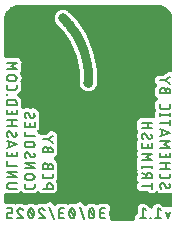
<source format=gbr>
G04 EAGLE Gerber RS-274X export*
G75*
%MOMM*%
%FSLAX34Y34*%
%LPD*%
%INBottom Copper*%
%IPPOS*%
%AMOC8*
5,1,8,0,0,1.08239X$1,22.5*%
G01*
%ADD10C,0.177800*%
%ADD11C,0.800000*%
%ADD12C,0.800000*%

G36*
X113454Y3814D02*
X113454Y3814D01*
X113480Y3812D01*
X113627Y3834D01*
X113774Y3851D01*
X113799Y3859D01*
X113825Y3863D01*
X113963Y3918D01*
X114102Y3968D01*
X114124Y3982D01*
X114149Y3992D01*
X114270Y4077D01*
X114395Y4157D01*
X114413Y4176D01*
X114435Y4191D01*
X114534Y4301D01*
X114637Y4408D01*
X114651Y4430D01*
X114668Y4450D01*
X114740Y4580D01*
X114816Y4707D01*
X114824Y4732D01*
X114837Y4755D01*
X114877Y4898D01*
X114922Y5039D01*
X114924Y5065D01*
X114932Y5090D01*
X114951Y5334D01*
X114951Y7520D01*
X116833Y9402D01*
X116912Y9501D01*
X116997Y9595D01*
X117020Y9637D01*
X117050Y9675D01*
X117104Y9789D01*
X117165Y9900D01*
X117178Y9947D01*
X117199Y9990D01*
X117225Y10114D01*
X117260Y10236D01*
X117265Y10296D01*
X117272Y10331D01*
X117271Y10379D01*
X117280Y10479D01*
X117280Y13969D01*
X117274Y14018D01*
X117270Y14137D01*
X117118Y15509D01*
X117131Y15530D01*
X117145Y15570D01*
X117165Y15607D01*
X117201Y15735D01*
X117244Y15860D01*
X117245Y15867D01*
X118219Y16842D01*
X118250Y16881D01*
X118331Y16967D01*
X119194Y18045D01*
X119218Y18051D01*
X119256Y18070D01*
X119297Y18081D01*
X119412Y18146D01*
X119531Y18204D01*
X119537Y18209D01*
X120915Y18209D01*
X120964Y18214D01*
X121083Y18218D01*
X122456Y18371D01*
X122476Y18357D01*
X122516Y18344D01*
X122554Y18323D01*
X122681Y18287D01*
X122806Y18244D01*
X122814Y18243D01*
X123788Y17269D01*
X123827Y17238D01*
X123913Y17157D01*
X127433Y14341D01*
X127518Y14288D01*
X127597Y14227D01*
X127665Y14196D01*
X127728Y14156D01*
X127823Y14124D01*
X127914Y14082D01*
X127987Y14067D01*
X128058Y14043D01*
X128157Y14033D01*
X128256Y14013D01*
X128330Y14015D01*
X128404Y14008D01*
X128504Y14020D01*
X128604Y14024D01*
X128676Y14043D01*
X128750Y14052D01*
X128844Y14087D01*
X128941Y14113D01*
X129007Y14148D01*
X129076Y14174D01*
X129160Y14229D01*
X129249Y14277D01*
X129305Y14326D01*
X129367Y14367D01*
X129436Y14440D01*
X129511Y14506D01*
X129555Y14566D01*
X129606Y14621D01*
X129656Y14707D01*
X129715Y14789D01*
X129743Y14858D01*
X129781Y14922D01*
X129810Y15018D01*
X129848Y15111D01*
X129861Y15184D01*
X129882Y15255D01*
X129889Y15355D01*
X129906Y15455D01*
X129905Y15486D01*
X129932Y15530D01*
X129946Y15570D01*
X129967Y15607D01*
X130003Y15735D01*
X130046Y15860D01*
X130046Y15867D01*
X131021Y16841D01*
X131052Y16881D01*
X131133Y16967D01*
X131996Y18045D01*
X132020Y18051D01*
X132058Y18070D01*
X132099Y18081D01*
X132214Y18146D01*
X132333Y18204D01*
X132339Y18209D01*
X133716Y18209D01*
X133766Y18214D01*
X133885Y18218D01*
X135257Y18371D01*
X135278Y18357D01*
X135318Y18344D01*
X135355Y18323D01*
X135483Y18287D01*
X135608Y18244D01*
X135615Y18243D01*
X136589Y17269D01*
X136629Y17238D01*
X136715Y17157D01*
X138497Y15731D01*
X138592Y15672D01*
X138682Y15604D01*
X138739Y15579D01*
X138792Y15546D01*
X138898Y15510D01*
X139002Y15465D01*
X139063Y15453D01*
X139122Y15433D01*
X139234Y15422D01*
X139344Y15401D01*
X139406Y15404D01*
X139468Y15398D01*
X139580Y15412D01*
X139692Y15417D01*
X139771Y15437D01*
X139814Y15442D01*
X139854Y15457D01*
X139930Y15476D01*
X140688Y15728D01*
X141567Y15289D01*
X141624Y15268D01*
X141676Y15239D01*
X141787Y15209D01*
X141895Y15170D01*
X141954Y15162D01*
X142012Y15146D01*
X142127Y15142D01*
X142241Y15128D01*
X142300Y15135D01*
X142360Y15132D01*
X142473Y15154D01*
X142587Y15166D01*
X142644Y15186D01*
X142703Y15197D01*
X142891Y15273D01*
X142916Y15282D01*
X142921Y15285D01*
X142930Y15289D01*
X143809Y15728D01*
X144184Y15603D01*
X144279Y15583D01*
X144371Y15554D01*
X144449Y15548D01*
X144525Y15532D01*
X144622Y15534D01*
X144718Y15526D01*
X144796Y15538D01*
X144874Y15539D01*
X144967Y15563D01*
X145063Y15578D01*
X145136Y15607D01*
X145211Y15626D01*
X145297Y15671D01*
X145387Y15706D01*
X145451Y15751D01*
X145520Y15787D01*
X145594Y15850D01*
X145673Y15905D01*
X145725Y15963D01*
X145785Y16014D01*
X145842Y16092D01*
X145906Y16164D01*
X145944Y16233D01*
X145990Y16296D01*
X146028Y16385D01*
X146075Y16469D01*
X146096Y16544D01*
X146127Y16616D01*
X146143Y16712D01*
X146170Y16805D01*
X146178Y16911D01*
X146187Y16960D01*
X146185Y16993D01*
X146189Y17048D01*
X146189Y25817D01*
X146178Y25916D01*
X146176Y26017D01*
X146158Y26089D01*
X146149Y26163D01*
X146116Y26257D01*
X146091Y26355D01*
X146057Y26421D01*
X146032Y26491D01*
X145977Y26575D01*
X145931Y26665D01*
X145883Y26721D01*
X145843Y26784D01*
X145771Y26853D01*
X145705Y26930D01*
X145646Y26974D01*
X145592Y27026D01*
X145506Y27077D01*
X145425Y27137D01*
X145357Y27167D01*
X145293Y27205D01*
X145198Y27235D01*
X145105Y27275D01*
X145032Y27288D01*
X144961Y27311D01*
X144861Y27319D01*
X144762Y27337D01*
X144688Y27333D01*
X144614Y27339D01*
X144515Y27324D01*
X144414Y27319D01*
X144343Y27298D01*
X144269Y27287D01*
X144176Y27250D01*
X144079Y27222D01*
X144014Y27186D01*
X144010Y27184D01*
X140578Y27184D01*
X140496Y27249D01*
X140469Y27262D01*
X140445Y27279D01*
X140312Y27336D01*
X140181Y27398D01*
X140152Y27404D01*
X140125Y27416D01*
X139982Y27441D01*
X139840Y27471D01*
X139811Y27471D01*
X139782Y27476D01*
X139637Y27468D01*
X139492Y27466D01*
X139463Y27458D01*
X139434Y27457D01*
X139295Y27416D01*
X139154Y27381D01*
X139127Y27367D01*
X139099Y27359D01*
X138973Y27287D01*
X138844Y27221D01*
X138821Y27202D01*
X138796Y27187D01*
X138610Y27028D01*
X138541Y26958D01*
X135279Y26944D01*
X134121Y28093D01*
X133954Y28258D01*
X133936Y28272D01*
X133921Y28290D01*
X133799Y28380D01*
X133680Y28473D01*
X133659Y28483D01*
X133641Y28497D01*
X133502Y28557D01*
X133364Y28621D01*
X133342Y28626D01*
X133321Y28635D01*
X133172Y28662D01*
X133023Y28693D01*
X133000Y28693D01*
X132978Y28697D01*
X132826Y28689D01*
X132675Y28686D01*
X132653Y28680D01*
X132630Y28679D01*
X132484Y28637D01*
X132337Y28599D01*
X132317Y28589D01*
X132295Y28582D01*
X132162Y28508D01*
X132028Y28438D01*
X132011Y28423D01*
X131991Y28412D01*
X131804Y28254D01*
X130502Y26951D01*
X127240Y26951D01*
X125358Y28833D01*
X125259Y28912D01*
X125165Y28997D01*
X125123Y29020D01*
X125085Y29050D01*
X124971Y29104D01*
X124860Y29165D01*
X124813Y29178D01*
X124770Y29199D01*
X124646Y29226D01*
X124524Y29260D01*
X124464Y29265D01*
X124429Y29272D01*
X124381Y29272D01*
X124281Y29280D01*
X118858Y29280D01*
X116551Y31586D01*
X116551Y34848D01*
X117145Y35443D01*
X117162Y35463D01*
X117182Y35480D01*
X117270Y35599D01*
X117362Y35716D01*
X117373Y35739D01*
X117389Y35760D01*
X117448Y35896D01*
X117511Y36031D01*
X117517Y36056D01*
X117527Y36080D01*
X117553Y36226D01*
X117584Y36371D01*
X117584Y36398D01*
X117589Y36423D01*
X117581Y36572D01*
X117578Y36720D01*
X117572Y36745D01*
X117571Y36771D01*
X117530Y36914D01*
X117493Y37058D01*
X117481Y37081D01*
X117474Y37106D01*
X117402Y37236D01*
X117334Y37368D01*
X117317Y37388D01*
X117304Y37411D01*
X117145Y37597D01*
X116551Y38191D01*
X116551Y41467D01*
X116604Y41537D01*
X116699Y41657D01*
X116708Y41677D01*
X116722Y41695D01*
X116783Y41835D01*
X116848Y41972D01*
X116852Y41994D01*
X116861Y42015D01*
X116889Y42164D01*
X116921Y42313D01*
X116921Y42335D01*
X116925Y42357D01*
X116918Y42509D01*
X116915Y42661D01*
X116910Y42683D01*
X116909Y42705D01*
X116850Y42943D01*
X116238Y44781D01*
X116527Y45360D01*
X116572Y45483D01*
X116623Y45602D01*
X116631Y45646D01*
X116646Y45688D01*
X116662Y45817D01*
X116685Y45945D01*
X116683Y45990D01*
X116688Y46034D01*
X116674Y46163D01*
X116667Y46293D01*
X116655Y46336D01*
X116650Y46380D01*
X116607Y46503D01*
X116571Y46628D01*
X116551Y46663D01*
X116551Y56438D01*
X116637Y56524D01*
X116653Y56545D01*
X116673Y56562D01*
X116762Y56681D01*
X116854Y56797D01*
X116865Y56821D01*
X116881Y56842D01*
X116939Y56978D01*
X117003Y57112D01*
X117008Y57138D01*
X117019Y57162D01*
X117045Y57309D01*
X117076Y57453D01*
X117076Y57479D01*
X117080Y57505D01*
X117073Y57654D01*
X117070Y57801D01*
X117064Y57827D01*
X117062Y57853D01*
X117021Y57995D01*
X116985Y58139D01*
X116973Y58163D01*
X116966Y58188D01*
X116893Y58317D01*
X116825Y58449D01*
X116808Y58469D01*
X116796Y58492D01*
X116637Y58678D01*
X116551Y58764D01*
X116551Y62041D01*
X116602Y62110D01*
X116695Y62226D01*
X116706Y62250D01*
X116721Y62271D01*
X116780Y62407D01*
X116843Y62541D01*
X116849Y62567D01*
X116859Y62591D01*
X116886Y62737D01*
X116917Y62882D01*
X116916Y62908D01*
X116921Y62934D01*
X116913Y63082D01*
X116911Y63230D01*
X116904Y63256D01*
X116903Y63282D01*
X116862Y63424D01*
X116826Y63568D01*
X116814Y63591D01*
X116807Y63617D01*
X116734Y63746D01*
X116666Y63878D01*
X116649Y63898D01*
X116636Y63921D01*
X116551Y64021D01*
X116551Y71021D01*
X116756Y71226D01*
X116805Y71287D01*
X116861Y71342D01*
X116913Y71423D01*
X116973Y71499D01*
X117006Y71570D01*
X117048Y71635D01*
X117080Y71727D01*
X117122Y71814D01*
X117138Y71890D01*
X117164Y71964D01*
X117175Y72060D01*
X117195Y72155D01*
X117194Y72233D01*
X117202Y72310D01*
X117191Y72407D01*
X117189Y72503D01*
X117170Y72579D01*
X117161Y72656D01*
X117116Y72795D01*
X117104Y72841D01*
X117095Y72859D01*
X117085Y72889D01*
X116708Y73796D01*
X116707Y73796D01*
X116707Y73797D01*
X116609Y73972D01*
X116551Y74075D01*
X116551Y75745D01*
X116551Y77386D01*
X116562Y77400D01*
X116618Y77454D01*
X116702Y77575D01*
X116731Y77612D01*
X116739Y77630D01*
X116757Y77655D01*
X117125Y78293D01*
X117126Y78295D01*
X117127Y78296D01*
X117191Y78445D01*
X117264Y78613D01*
X117264Y78615D01*
X117265Y78616D01*
X117295Y78785D01*
X117326Y78956D01*
X117326Y78957D01*
X117326Y78959D01*
X117317Y79132D01*
X117309Y79304D01*
X117308Y79306D01*
X117308Y79307D01*
X117262Y79466D01*
X117213Y79639D01*
X117212Y79641D01*
X117212Y79642D01*
X117131Y79786D01*
X117043Y79944D01*
X117042Y79945D01*
X117042Y79946D01*
X116883Y80132D01*
X116551Y80464D01*
X116551Y83980D01*
X116553Y83985D01*
X116579Y84131D01*
X116610Y84275D01*
X116610Y84301D01*
X116615Y84328D01*
X116607Y84475D01*
X116604Y84623D01*
X116598Y84649D01*
X116597Y84676D01*
X116556Y84818D01*
X116551Y84835D01*
X116551Y88383D01*
X118858Y90690D01*
X130268Y90690D01*
X130294Y90693D01*
X130320Y90690D01*
X130467Y90712D01*
X130614Y90729D01*
X130639Y90738D01*
X130665Y90742D01*
X130803Y90797D01*
X130942Y90847D01*
X130964Y90861D01*
X130989Y90871D01*
X131110Y90955D01*
X131235Y91036D01*
X131253Y91055D01*
X131275Y91070D01*
X131374Y91180D01*
X131477Y91287D01*
X131491Y91309D01*
X131508Y91329D01*
X131580Y91458D01*
X131656Y91586D01*
X131664Y91611D01*
X131677Y91634D01*
X131717Y91777D01*
X131762Y91918D01*
X131764Y91944D01*
X131772Y91969D01*
X131791Y92213D01*
X131791Y96130D01*
X131950Y96288D01*
X131950Y96289D01*
X131952Y96290D01*
X132059Y96426D01*
X132166Y96561D01*
X132167Y96563D01*
X132168Y96564D01*
X132236Y96708D01*
X132315Y96876D01*
X132315Y96878D01*
X132316Y96879D01*
X132349Y97035D01*
X132389Y97217D01*
X132388Y97218D01*
X132389Y97220D01*
X132385Y97395D01*
X132383Y97565D01*
X132382Y97567D01*
X132382Y97568D01*
X132340Y97735D01*
X132298Y97903D01*
X132297Y97905D01*
X132297Y97906D01*
X132192Y98127D01*
X131996Y98465D01*
X131951Y98527D01*
X131913Y98594D01*
X131817Y98707D01*
X131791Y98741D01*
X131791Y103868D01*
X133750Y105827D01*
X133767Y105848D01*
X133787Y105865D01*
X133875Y105984D01*
X133967Y106100D01*
X133978Y106124D01*
X133994Y106145D01*
X134053Y106281D01*
X134116Y106415D01*
X134121Y106441D01*
X134132Y106465D01*
X134158Y106611D01*
X134189Y106756D01*
X134189Y106782D01*
X134193Y106808D01*
X134186Y106957D01*
X134183Y107105D01*
X134177Y107130D01*
X134176Y107156D01*
X134134Y107299D01*
X134098Y107443D01*
X134086Y107466D01*
X134079Y107491D01*
X134006Y107621D01*
X133939Y107752D01*
X133922Y107772D01*
X133909Y107795D01*
X133750Y107982D01*
X131791Y109941D01*
X131791Y111638D01*
X131791Y115936D01*
X133112Y117754D01*
X133152Y117825D01*
X133200Y117890D01*
X133237Y117976D01*
X133283Y118058D01*
X133306Y118136D01*
X133338Y118210D01*
X133355Y118302D01*
X133381Y118392D01*
X133386Y118473D01*
X133400Y118553D01*
X133395Y118647D01*
X133400Y118740D01*
X133386Y118820D01*
X133382Y118901D01*
X133356Y118991D01*
X133340Y119083D01*
X133308Y119158D01*
X133286Y119236D01*
X133240Y119318D01*
X133203Y119404D01*
X133155Y119469D01*
X133115Y119540D01*
X133026Y119645D01*
X132997Y119685D01*
X132980Y119700D01*
X132957Y119727D01*
X131791Y120892D01*
X131791Y124154D01*
X134098Y126461D01*
X138420Y126461D01*
X138592Y126481D01*
X138759Y126499D01*
X138762Y126500D01*
X138766Y126501D01*
X138928Y126559D01*
X139088Y126615D01*
X139091Y126617D01*
X139094Y126618D01*
X139106Y126626D01*
X139298Y126740D01*
X143173Y129475D01*
X144407Y129262D01*
X144563Y129253D01*
X144718Y129241D01*
X144737Y129243D01*
X144755Y129242D01*
X144908Y129269D01*
X145063Y129292D01*
X145080Y129299D01*
X145098Y129303D01*
X145242Y129363D01*
X145387Y129421D01*
X145402Y129432D01*
X145419Y129439D01*
X145545Y129531D01*
X145673Y129620D01*
X145685Y129634D01*
X145700Y129645D01*
X145802Y129763D01*
X145906Y129879D01*
X145915Y129895D01*
X145927Y129909D01*
X146000Y130048D01*
X146075Y130184D01*
X146080Y130202D01*
X146089Y130218D01*
X146127Y130369D01*
X146170Y130519D01*
X146171Y130542D01*
X146175Y130556D01*
X146176Y130599D01*
X146189Y130763D01*
X146189Y175000D01*
X146184Y175048D01*
X146182Y175149D01*
X145996Y177035D01*
X145975Y177135D01*
X145963Y177236D01*
X145933Y177329D01*
X145923Y177376D01*
X145907Y177409D01*
X145888Y177469D01*
X144444Y180953D01*
X144443Y180955D01*
X144443Y180957D01*
X144360Y181105D01*
X144275Y181258D01*
X144274Y181259D01*
X144273Y181261D01*
X144114Y181447D01*
X141447Y184114D01*
X141446Y184115D01*
X141444Y184117D01*
X141306Y184226D01*
X141174Y184331D01*
X141172Y184332D01*
X141171Y184333D01*
X140953Y184444D01*
X137469Y185888D01*
X137371Y185916D01*
X137276Y185953D01*
X137180Y185970D01*
X137134Y185983D01*
X137097Y185985D01*
X137035Y185996D01*
X135149Y186182D01*
X135101Y186181D01*
X135000Y186189D01*
X15000Y186189D01*
X14952Y186184D01*
X14851Y186182D01*
X12965Y185996D01*
X12865Y185975D01*
X12764Y185963D01*
X12671Y185933D01*
X12624Y185923D01*
X12591Y185907D01*
X12531Y185888D01*
X9047Y184444D01*
X9045Y184443D01*
X9043Y184443D01*
X8891Y184357D01*
X8742Y184275D01*
X8741Y184274D01*
X8739Y184273D01*
X8553Y184114D01*
X5886Y181447D01*
X5885Y181446D01*
X5883Y181444D01*
X5776Y181309D01*
X5669Y181174D01*
X5668Y181172D01*
X5667Y181171D01*
X5556Y180953D01*
X4112Y177469D01*
X4084Y177371D01*
X4047Y177276D01*
X4030Y177180D01*
X4017Y177134D01*
X4015Y177097D01*
X4004Y177035D01*
X3818Y175149D01*
X3819Y175101D01*
X3811Y175000D01*
X3811Y142970D01*
X3814Y142944D01*
X3812Y142918D01*
X3834Y142771D01*
X3851Y142624D01*
X3859Y142599D01*
X3863Y142573D01*
X3918Y142436D01*
X3968Y142296D01*
X3982Y142274D01*
X3992Y142250D01*
X4077Y142128D01*
X4157Y142003D01*
X4176Y141985D01*
X4191Y141963D01*
X4301Y141864D01*
X4408Y141761D01*
X4430Y141748D01*
X4450Y141730D01*
X4580Y141658D01*
X4707Y141582D01*
X4732Y141574D01*
X4755Y141561D01*
X4898Y141521D01*
X5039Y141476D01*
X5065Y141474D01*
X5090Y141467D01*
X5334Y141447D01*
X12758Y141447D01*
X12872Y141460D01*
X12987Y141464D01*
X13045Y141480D01*
X13105Y141487D01*
X13213Y141526D01*
X13323Y141556D01*
X13393Y141590D01*
X13433Y141604D01*
X13469Y141628D01*
X13542Y141664D01*
X13644Y141725D01*
X14574Y141493D01*
X14638Y141484D01*
X14699Y141467D01*
X14885Y141452D01*
X14919Y141447D01*
X14929Y141448D01*
X14943Y141447D01*
X15902Y141447D01*
X15986Y141363D01*
X16075Y141292D01*
X16159Y141214D01*
X16212Y141184D01*
X16259Y141147D01*
X16362Y141098D01*
X16462Y141041D01*
X16535Y141016D01*
X16574Y140998D01*
X16617Y140989D01*
X16694Y140963D01*
X16808Y140934D01*
X17302Y140112D01*
X17341Y140061D01*
X17372Y140005D01*
X17442Y139923D01*
X17460Y139896D01*
X17478Y139880D01*
X17493Y139863D01*
X17514Y139835D01*
X17522Y139829D01*
X17531Y139818D01*
X18209Y139140D01*
X18209Y139022D01*
X18222Y138908D01*
X18226Y138794D01*
X18242Y138735D01*
X18249Y138676D01*
X18287Y138568D01*
X18317Y138457D01*
X18352Y138388D01*
X18366Y138348D01*
X18390Y138311D01*
X18426Y138238D01*
X18487Y138137D01*
X18254Y137206D01*
X18246Y137143D01*
X18228Y137081D01*
X18213Y136895D01*
X18209Y136861D01*
X18210Y136851D01*
X18209Y136837D01*
X18209Y135878D01*
X18125Y135795D01*
X18099Y135761D01*
X18089Y135753D01*
X18047Y135697D01*
X17966Y135608D01*
X17959Y135595D01*
X17954Y135589D01*
X17936Y135557D01*
X17908Y135522D01*
X17892Y135486D01*
X17882Y135472D01*
X17851Y135402D01*
X17796Y135304D01*
X17791Y135289D01*
X17788Y135282D01*
X17780Y135255D01*
X17776Y135241D01*
X17759Y135206D01*
X17752Y135172D01*
X17743Y135152D01*
X17739Y135129D01*
X17720Y135071D01*
X17720Y135069D01*
X17712Y135007D01*
X17696Y134946D01*
X17694Y134904D01*
X17686Y134866D01*
X17687Y134836D01*
X17682Y134809D01*
X17684Y134769D01*
X17678Y134723D01*
X17685Y134661D01*
X17683Y134598D01*
X17692Y134543D01*
X17692Y134517D01*
X17698Y134493D01*
X17700Y134461D01*
X17710Y134425D01*
X17713Y134408D01*
X17716Y134377D01*
X17719Y134369D01*
X17721Y134356D01*
X17722Y134354D01*
X17757Y134257D01*
X17777Y134179D01*
X17786Y134161D01*
X17796Y134127D01*
X17819Y134087D01*
X17832Y134048D01*
X17837Y134040D01*
X17842Y134027D01*
X17904Y133934D01*
X17937Y133869D01*
X17947Y133857D01*
X17966Y133822D01*
X18006Y133776D01*
X18020Y133754D01*
X18025Y133749D01*
X18034Y133736D01*
X18067Y133705D01*
X18125Y133636D01*
X18209Y133552D01*
X18209Y132594D01*
X18216Y132530D01*
X18214Y132465D01*
X18245Y132282D01*
X18249Y132247D01*
X18252Y132238D01*
X18254Y132224D01*
X18487Y131294D01*
X18426Y131192D01*
X18379Y131088D01*
X18323Y130988D01*
X18307Y130930D01*
X18282Y130875D01*
X18260Y130763D01*
X18228Y130653D01*
X18222Y130575D01*
X18214Y130533D01*
X18215Y130490D01*
X18209Y130409D01*
X18209Y130290D01*
X17731Y129812D01*
X17720Y129799D01*
X17708Y129789D01*
X17612Y129663D01*
X17514Y129539D01*
X17507Y129524D01*
X17497Y129511D01*
X17433Y129367D01*
X17365Y129224D01*
X17362Y129208D01*
X17355Y129193D01*
X17325Y129037D01*
X17320Y129016D01*
X17319Y129012D01*
X17319Y129010D01*
X17292Y128883D01*
X17292Y128867D01*
X17289Y128851D01*
X17294Y128706D01*
X17291Y128665D01*
X17296Y128633D01*
X17298Y128535D01*
X17302Y128519D01*
X17302Y128502D01*
X17338Y128352D01*
X17343Y128320D01*
X17350Y128303D01*
X17359Y128264D01*
X18531Y124657D01*
X17604Y121804D01*
X17601Y121787D01*
X17594Y121772D01*
X17566Y121616D01*
X17535Y121462D01*
X17535Y121445D01*
X17533Y121429D01*
X17541Y121271D01*
X17545Y121114D01*
X17550Y121098D01*
X17550Y121081D01*
X17594Y120929D01*
X17635Y120777D01*
X17642Y120762D01*
X17647Y120746D01*
X17724Y120609D01*
X17798Y120469D01*
X17809Y120457D01*
X17817Y120442D01*
X17976Y120256D01*
X18209Y120023D01*
X18209Y118791D01*
X18209Y116586D01*
X18209Y114888D01*
X18198Y114874D01*
X18142Y114821D01*
X18059Y114699D01*
X18029Y114662D01*
X18021Y114644D01*
X18004Y114619D01*
X16655Y112283D01*
X15616Y111683D01*
X15556Y111638D01*
X15489Y111601D01*
X15416Y111535D01*
X15336Y111476D01*
X15287Y111418D01*
X15231Y111367D01*
X15175Y111286D01*
X15111Y111210D01*
X15076Y111143D01*
X15033Y111080D01*
X14997Y110988D01*
X14952Y110900D01*
X14934Y110826D01*
X14906Y110756D01*
X14892Y110658D01*
X14868Y110562D01*
X14866Y110486D01*
X14855Y110411D01*
X14864Y110312D01*
X14862Y110213D01*
X14878Y110139D01*
X14885Y110064D01*
X14915Y109970D01*
X14936Y109873D01*
X14969Y109804D01*
X14992Y109732D01*
X15043Y109647D01*
X15086Y109558D01*
X15133Y109499D01*
X15172Y109434D01*
X15241Y109363D01*
X15303Y109285D01*
X15362Y109238D01*
X15415Y109184D01*
X15539Y109098D01*
X15576Y109069D01*
X15593Y109061D01*
X15616Y109045D01*
X16530Y108518D01*
X18174Y105670D01*
X18209Y105623D01*
X18209Y100040D01*
X18217Y99965D01*
X18216Y99889D01*
X18237Y99793D01*
X18249Y99694D01*
X18274Y99623D01*
X18290Y99549D01*
X18333Y99460D01*
X18366Y99366D01*
X18407Y99302D01*
X18440Y99234D01*
X18501Y99157D01*
X18555Y99073D01*
X18610Y99021D01*
X18657Y98961D01*
X18735Y98900D01*
X18806Y98831D01*
X18871Y98792D01*
X18930Y98745D01*
X19020Y98703D01*
X19105Y98652D01*
X19177Y98629D01*
X19246Y98597D01*
X19342Y98576D01*
X19437Y98546D01*
X19512Y98540D01*
X19586Y98524D01*
X19686Y98526D01*
X19784Y98518D01*
X19859Y98529D01*
X19935Y98531D01*
X20031Y98555D01*
X20129Y98570D01*
X20199Y98598D01*
X20273Y98616D01*
X20409Y98681D01*
X20453Y98699D01*
X20468Y98709D01*
X20494Y98721D01*
X21082Y99061D01*
X21144Y99107D01*
X21211Y99145D01*
X21324Y99240D01*
X21359Y99266D01*
X24631Y99266D01*
X24652Y99250D01*
X24709Y99192D01*
X24824Y99114D01*
X24862Y99083D01*
X24882Y99074D01*
X24910Y99054D01*
X25703Y98601D01*
X25763Y98576D01*
X25818Y98542D01*
X25922Y98508D01*
X26024Y98464D01*
X26087Y98453D01*
X26149Y98433D01*
X26258Y98423D01*
X26367Y98403D01*
X26431Y98407D01*
X26496Y98401D01*
X26605Y98416D01*
X26715Y98422D01*
X26777Y98440D01*
X26841Y98449D01*
X26944Y98489D01*
X27049Y98520D01*
X27106Y98551D01*
X27166Y98575D01*
X27322Y98673D01*
X27353Y98691D01*
X27360Y98697D01*
X27373Y98705D01*
X27755Y98992D01*
X30984Y98530D01*
X31963Y97225D01*
X32686Y96261D01*
X33122Y94952D01*
X33146Y94901D01*
X33162Y94847D01*
X33220Y94744D01*
X33270Y94636D01*
X33304Y94592D01*
X33332Y94543D01*
X33449Y94406D01*
X33449Y91127D01*
X33438Y91113D01*
X33382Y91059D01*
X33299Y90938D01*
X33269Y90900D01*
X33261Y90882D01*
X33243Y90858D01*
X33129Y90659D01*
X33128Y90657D01*
X33127Y90656D01*
X33056Y90492D01*
X32990Y90339D01*
X32990Y90338D01*
X32989Y90336D01*
X32957Y90155D01*
X32928Y89996D01*
X32928Y89995D01*
X32928Y89993D01*
X32937Y89818D01*
X32945Y89648D01*
X32945Y89646D01*
X32945Y89645D01*
X32991Y89487D01*
X33041Y89313D01*
X33042Y89312D01*
X33042Y89310D01*
X33126Y89160D01*
X33211Y89008D01*
X33212Y89007D01*
X33212Y89006D01*
X33371Y88820D01*
X33449Y88742D01*
X33449Y81754D01*
X32195Y80500D01*
X32178Y80480D01*
X32158Y80463D01*
X32070Y80343D01*
X31978Y80227D01*
X31967Y80204D01*
X31951Y80182D01*
X31892Y80046D01*
X31829Y79912D01*
X31823Y79886D01*
X31813Y79862D01*
X31787Y79716D01*
X31756Y79571D01*
X31756Y79545D01*
X31751Y79519D01*
X31759Y79371D01*
X31762Y79223D01*
X31768Y79198D01*
X31769Y79171D01*
X31810Y79029D01*
X31847Y78885D01*
X31859Y78862D01*
X31866Y78836D01*
X31938Y78707D01*
X32006Y78575D01*
X32023Y78555D01*
X32036Y78532D01*
X32195Y78346D01*
X33531Y77009D01*
X33631Y76930D01*
X33724Y76846D01*
X33767Y76823D01*
X33804Y76792D01*
X33919Y76738D01*
X34029Y76677D01*
X34076Y76664D01*
X34120Y76644D01*
X34243Y76617D01*
X34365Y76583D01*
X34425Y76578D01*
X34460Y76570D01*
X34509Y76571D01*
X34609Y76563D01*
X39060Y76563D01*
X39232Y76583D01*
X39399Y76601D01*
X39402Y76602D01*
X39406Y76603D01*
X39568Y76661D01*
X39728Y76717D01*
X39731Y76719D01*
X39734Y76720D01*
X39746Y76728D01*
X39938Y76842D01*
X43813Y79577D01*
X47027Y79023D01*
X48909Y76358D01*
X48310Y72884D01*
X48302Y72747D01*
X48288Y72610D01*
X48292Y72564D01*
X48290Y72536D01*
X48299Y72487D01*
X48310Y72366D01*
X48909Y68893D01*
X48353Y68106D01*
X48293Y67996D01*
X48226Y67889D01*
X48209Y67843D01*
X48186Y67800D01*
X48152Y67679D01*
X48111Y67560D01*
X48106Y67511D01*
X48093Y67464D01*
X48088Y67339D01*
X48074Y67214D01*
X48080Y67165D01*
X48078Y67116D01*
X48102Y66993D01*
X48117Y66868D01*
X48134Y66822D01*
X48143Y66774D01*
X48194Y66659D01*
X48238Y66541D01*
X48270Y66488D01*
X48285Y66455D01*
X48314Y66417D01*
X48365Y66332D01*
X48689Y65887D01*
X48689Y60043D01*
X46033Y57387D01*
X46011Y57359D01*
X45984Y57335D01*
X45903Y57223D01*
X45817Y57114D01*
X45801Y57082D01*
X45780Y57052D01*
X45727Y56924D01*
X45668Y56799D01*
X45660Y56764D01*
X45646Y56731D01*
X45623Y56593D01*
X45594Y56458D01*
X45595Y56422D01*
X45589Y56387D01*
X45598Y56248D01*
X45600Y56110D01*
X45609Y56075D01*
X45611Y56039D01*
X45651Y55906D01*
X45685Y55772D01*
X45702Y55740D01*
X45712Y55706D01*
X45781Y55585D01*
X45845Y55462D01*
X45868Y55435D01*
X45886Y55404D01*
X45981Y55302D01*
X46071Y55197D01*
X46100Y55175D01*
X46124Y55149D01*
X46239Y55072D01*
X46351Y54989D01*
X46384Y54975D01*
X46414Y54955D01*
X46457Y54937D01*
X48689Y51866D01*
X48689Y43595D01*
X48689Y43594D01*
X48689Y41480D01*
X48689Y39692D01*
X48678Y39678D01*
X48622Y39624D01*
X48538Y39503D01*
X48509Y39465D01*
X48501Y39448D01*
X48484Y39423D01*
X47728Y38114D01*
X47705Y38062D01*
X47675Y38014D01*
X47636Y37902D01*
X47589Y37794D01*
X47579Y37738D01*
X47560Y37685D01*
X47548Y37567D01*
X47527Y37451D01*
X47530Y37395D01*
X47524Y37338D01*
X47538Y37221D01*
X47544Y37103D01*
X47560Y37049D01*
X47567Y36992D01*
X47607Y36881D01*
X47640Y36768D01*
X47667Y36719D01*
X47687Y36665D01*
X47802Y36478D01*
X47810Y36463D01*
X47812Y36461D01*
X47814Y36457D01*
X48689Y35253D01*
X48689Y29258D01*
X46382Y26951D01*
X34738Y26951D01*
X33538Y28151D01*
X33537Y28152D01*
X33536Y28153D01*
X33403Y28258D01*
X33265Y28367D01*
X33264Y28368D01*
X33263Y28369D01*
X33107Y28442D01*
X32950Y28516D01*
X32949Y28517D01*
X32948Y28517D01*
X32768Y28556D01*
X32610Y28590D01*
X32608Y28590D01*
X32607Y28590D01*
X32425Y28587D01*
X32261Y28584D01*
X32260Y28583D01*
X32258Y28583D01*
X32094Y28542D01*
X31923Y28499D01*
X31922Y28498D01*
X31921Y28498D01*
X31700Y28393D01*
X29558Y27157D01*
X29496Y27111D01*
X29429Y27073D01*
X29316Y26977D01*
X29281Y26951D01*
X21351Y26951D01*
X21337Y26962D01*
X21283Y27018D01*
X21162Y27101D01*
X21124Y27131D01*
X21107Y27139D01*
X21082Y27157D01*
X18940Y28393D01*
X18939Y28393D01*
X18938Y28394D01*
X18774Y28465D01*
X18621Y28532D01*
X18619Y28532D01*
X18618Y28532D01*
X18445Y28563D01*
X18278Y28594D01*
X18276Y28594D01*
X18275Y28594D01*
X18104Y28585D01*
X17930Y28577D01*
X17928Y28576D01*
X17927Y28576D01*
X17761Y28528D01*
X17595Y28481D01*
X17593Y28480D01*
X17592Y28480D01*
X17436Y28392D01*
X17290Y28311D01*
X17289Y28310D01*
X17288Y28309D01*
X17102Y28151D01*
X15902Y26951D01*
X6168Y26951D01*
X6094Y26993D01*
X5961Y27072D01*
X5943Y27078D01*
X5926Y27088D01*
X5777Y27131D01*
X5629Y27178D01*
X5610Y27180D01*
X5591Y27185D01*
X5436Y27194D01*
X5282Y27206D01*
X5263Y27204D01*
X5243Y27205D01*
X5090Y27178D01*
X4937Y27155D01*
X4919Y27148D01*
X4900Y27144D01*
X4758Y27083D01*
X4613Y27026D01*
X4597Y27015D01*
X4580Y27007D01*
X4455Y26916D01*
X4327Y26827D01*
X4314Y26813D01*
X4299Y26801D01*
X4198Y26684D01*
X4094Y26568D01*
X4084Y26551D01*
X4072Y26537D01*
X4000Y26399D01*
X3925Y26263D01*
X3920Y26245D01*
X3911Y26228D01*
X3873Y26077D01*
X3830Y25928D01*
X3828Y25905D01*
X3825Y25890D01*
X3824Y25846D01*
X3811Y25684D01*
X3811Y19732D01*
X3814Y19706D01*
X3812Y19680D01*
X3834Y19533D01*
X3851Y19386D01*
X3859Y19361D01*
X3863Y19335D01*
X3918Y19197D01*
X3968Y19058D01*
X3982Y19036D01*
X3992Y19011D01*
X4077Y18890D01*
X4157Y18765D01*
X4176Y18747D01*
X4191Y18725D01*
X4301Y18626D01*
X4408Y18523D01*
X4430Y18509D01*
X4450Y18492D01*
X4580Y18420D01*
X4707Y18344D01*
X4732Y18336D01*
X4755Y18323D01*
X4898Y18283D01*
X5039Y18238D01*
X5065Y18236D01*
X5090Y18228D01*
X5334Y18209D01*
X12177Y18209D01*
X12571Y17814D01*
X12572Y17814D01*
X12573Y17813D01*
X12700Y17712D01*
X12844Y17598D01*
X12845Y17597D01*
X12846Y17596D01*
X12999Y17524D01*
X13159Y17449D01*
X13160Y17449D01*
X13162Y17448D01*
X13335Y17411D01*
X13500Y17376D01*
X13501Y17376D01*
X13502Y17375D01*
X13685Y17379D01*
X13848Y17382D01*
X13849Y17382D01*
X13851Y17382D01*
X14024Y17426D01*
X14186Y17467D01*
X14187Y17467D01*
X14189Y17467D01*
X14410Y17572D01*
X15304Y18089D01*
X15366Y18135D01*
X15433Y18172D01*
X15476Y18209D01*
X18765Y18209D01*
X18860Y18134D01*
X18980Y18034D01*
X18999Y18023D01*
X19010Y18014D01*
X19049Y17996D01*
X19195Y17916D01*
X21184Y17030D01*
X21192Y17025D01*
X21236Y16986D01*
X21337Y16931D01*
X21435Y16869D01*
X21490Y16849D01*
X21543Y16821D01*
X21654Y16790D01*
X21763Y16751D01*
X21822Y16745D01*
X21879Y16729D01*
X21994Y16725D01*
X22109Y16712D01*
X22168Y16719D01*
X22227Y16717D01*
X22340Y16739D01*
X22455Y16752D01*
X22511Y16772D01*
X22569Y16784D01*
X22674Y16831D01*
X22783Y16870D01*
X22849Y16909D01*
X22887Y16926D01*
X22922Y16953D01*
X22993Y16996D01*
X24691Y18209D01*
X28319Y18209D01*
X29971Y17029D01*
X30015Y17004D01*
X30055Y16973D01*
X30167Y16920D01*
X30276Y16860D01*
X30325Y16846D01*
X30370Y16825D01*
X30492Y16799D01*
X30611Y16765D01*
X30662Y16763D01*
X30711Y16752D01*
X30835Y16754D01*
X30960Y16749D01*
X31009Y16758D01*
X31059Y16759D01*
X31180Y16789D01*
X31302Y16812D01*
X31348Y16832D01*
X31397Y16844D01*
X31618Y16949D01*
X31622Y16951D01*
X33592Y18089D01*
X33654Y18135D01*
X33721Y18172D01*
X33764Y18209D01*
X37076Y18209D01*
X37119Y18184D01*
X37164Y18148D01*
X37270Y18098D01*
X37372Y18040D01*
X37427Y18024D01*
X37479Y17999D01*
X37594Y17975D01*
X37706Y17942D01*
X37764Y17938D01*
X37820Y17926D01*
X37937Y17928D01*
X38054Y17921D01*
X38111Y17931D01*
X38168Y17932D01*
X38282Y17961D01*
X38398Y17981D01*
X38451Y18003D01*
X38506Y18017D01*
X38611Y18071D01*
X38719Y18116D01*
X38765Y18150D01*
X38816Y18177D01*
X38906Y18253D01*
X38929Y18270D01*
X42203Y19460D01*
X45159Y18081D01*
X45393Y17439D01*
X45421Y17382D01*
X45442Y17320D01*
X45499Y17226D01*
X45548Y17128D01*
X45589Y17078D01*
X45623Y17023D01*
X45701Y16944D01*
X45771Y16860D01*
X45822Y16821D01*
X45868Y16775D01*
X45961Y16715D01*
X46049Y16649D01*
X46107Y16623D01*
X46162Y16588D01*
X46266Y16552D01*
X46367Y16507D01*
X46430Y16495D01*
X46491Y16474D01*
X46601Y16462D01*
X46709Y16441D01*
X46774Y16444D01*
X46838Y16437D01*
X46947Y16450D01*
X47057Y16455D01*
X47120Y16472D01*
X47184Y16480D01*
X47287Y16518D01*
X47393Y16547D01*
X47450Y16578D01*
X47511Y16600D01*
X47669Y16697D01*
X47700Y16714D01*
X47707Y16720D01*
X47719Y16728D01*
X49758Y18209D01*
X56068Y18209D01*
X56560Y17717D01*
X56619Y17670D01*
X56671Y17616D01*
X56755Y17562D01*
X56833Y17500D01*
X56901Y17468D01*
X56964Y17427D01*
X57058Y17394D01*
X57148Y17351D01*
X57221Y17335D01*
X57292Y17310D01*
X57391Y17299D01*
X57488Y17278D01*
X57563Y17279D01*
X57638Y17271D01*
X57737Y17282D01*
X57837Y17284D01*
X57910Y17302D01*
X57984Y17311D01*
X58078Y17345D01*
X58175Y17369D01*
X58242Y17403D01*
X58312Y17429D01*
X58443Y17507D01*
X58485Y17528D01*
X58499Y17540D01*
X58522Y17554D01*
X59438Y18209D01*
X63129Y18209D01*
X63157Y18193D01*
X63245Y18168D01*
X63330Y18134D01*
X63412Y18121D01*
X63492Y18098D01*
X63584Y18094D01*
X63674Y18080D01*
X63757Y18086D01*
X63840Y18082D01*
X63930Y18098D01*
X64022Y18105D01*
X64134Y18136D01*
X64183Y18145D01*
X64210Y18157D01*
X64258Y18170D01*
X67806Y19460D01*
X70762Y18081D01*
X71099Y17155D01*
X71125Y17103D01*
X71143Y17047D01*
X71203Y16948D01*
X71255Y16844D01*
X71292Y16799D01*
X71322Y16748D01*
X71403Y16665D01*
X71477Y16575D01*
X71524Y16540D01*
X71565Y16498D01*
X71662Y16435D01*
X71755Y16365D01*
X71808Y16341D01*
X71857Y16309D01*
X71967Y16270D01*
X72073Y16223D01*
X72131Y16212D01*
X72186Y16192D01*
X72301Y16179D01*
X72416Y16157D01*
X72474Y16159D01*
X72532Y16153D01*
X72648Y16166D01*
X72764Y16171D01*
X72820Y16186D01*
X72878Y16193D01*
X72988Y16232D01*
X73100Y16263D01*
X73151Y16291D01*
X73206Y16311D01*
X73387Y16419D01*
X73406Y16429D01*
X73410Y16433D01*
X73416Y16436D01*
X75897Y18209D01*
X79525Y18209D01*
X81143Y17053D01*
X81257Y16990D01*
X81367Y16921D01*
X81409Y16906D01*
X81448Y16884D01*
X81573Y16849D01*
X81696Y16806D01*
X81741Y16801D01*
X81784Y16789D01*
X81913Y16783D01*
X82043Y16769D01*
X82087Y16775D01*
X82132Y16773D01*
X82259Y16796D01*
X82388Y16812D01*
X82430Y16828D01*
X82474Y16836D01*
X82593Y16888D01*
X82715Y16933D01*
X82763Y16962D01*
X82794Y16975D01*
X82833Y17005D01*
X82924Y17060D01*
X84505Y18209D01*
X90815Y18209D01*
X93121Y15902D01*
X93121Y12640D01*
X92636Y12155D01*
X92558Y12056D01*
X92473Y11962D01*
X92450Y11920D01*
X92420Y11882D01*
X92366Y11768D01*
X92305Y11657D01*
X92291Y11610D01*
X92271Y11567D01*
X92244Y11443D01*
X92210Y11321D01*
X92205Y11261D01*
X92197Y11226D01*
X92198Y11178D01*
X92190Y11078D01*
X92190Y9082D01*
X92205Y8957D01*
X92211Y8830D01*
X92224Y8784D01*
X92230Y8736D01*
X92273Y8617D01*
X92308Y8496D01*
X92331Y8454D01*
X92347Y8408D01*
X92416Y8302D01*
X92478Y8191D01*
X92517Y8145D01*
X92537Y8115D01*
X92571Y8082D01*
X92636Y8005D01*
X93121Y7520D01*
X93121Y5334D01*
X93124Y5308D01*
X93122Y5282D01*
X93144Y5135D01*
X93161Y4988D01*
X93170Y4963D01*
X93174Y4937D01*
X93229Y4799D01*
X93279Y4660D01*
X93293Y4638D01*
X93303Y4613D01*
X93387Y4492D01*
X93468Y4367D01*
X93487Y4349D01*
X93502Y4327D01*
X93612Y4228D01*
X93718Y4125D01*
X93741Y4111D01*
X93760Y4094D01*
X93890Y4022D01*
X94018Y3946D01*
X94042Y3938D01*
X94065Y3925D01*
X94208Y3885D01*
X94349Y3840D01*
X94376Y3838D01*
X94401Y3830D01*
X94645Y3811D01*
X113428Y3811D01*
X113454Y3814D01*
G37*
%LPC*%
G36*
X73598Y113351D02*
X73598Y113351D01*
X71007Y114424D01*
X69024Y116407D01*
X67951Y118998D01*
X67951Y123698D01*
X67948Y123727D01*
X67949Y123773D01*
X67641Y130044D01*
X67636Y130075D01*
X67614Y130266D01*
X65167Y142568D01*
X65159Y142593D01*
X65156Y142621D01*
X65080Y142853D01*
X60281Y154441D01*
X60267Y154465D01*
X60259Y154491D01*
X60140Y154704D01*
X53172Y165133D01*
X53151Y165157D01*
X53067Y165266D01*
X53048Y165293D01*
X53042Y165299D01*
X53034Y165309D01*
X48817Y169962D01*
X48796Y169981D01*
X48766Y170016D01*
X48105Y170677D01*
X47774Y171007D01*
X46701Y173598D01*
X46701Y176402D01*
X47774Y178993D01*
X49757Y180976D01*
X52348Y182049D01*
X55152Y182049D01*
X57743Y180976D01*
X58073Y180645D01*
X58734Y179984D01*
X64278Y174441D01*
X72989Y161403D01*
X78990Y146917D01*
X82049Y131538D01*
X82049Y118998D01*
X80976Y116407D01*
X78993Y114424D01*
X76402Y113351D01*
X73598Y113351D01*
G37*
%LPD*%
D10*
X89184Y5889D02*
X86855Y5889D01*
X86760Y5891D01*
X86665Y5897D01*
X86571Y5906D01*
X86477Y5920D01*
X86383Y5937D01*
X86291Y5958D01*
X86199Y5983D01*
X86109Y6012D01*
X86019Y6044D01*
X85931Y6080D01*
X85845Y6120D01*
X85760Y6162D01*
X85677Y6209D01*
X85596Y6259D01*
X85518Y6312D01*
X85441Y6368D01*
X85367Y6427D01*
X85295Y6489D01*
X85226Y6554D01*
X85159Y6622D01*
X85096Y6692D01*
X85035Y6766D01*
X84977Y6841D01*
X84923Y6919D01*
X84871Y6999D01*
X84823Y7081D01*
X84779Y7164D01*
X84737Y7250D01*
X84700Y7337D01*
X84666Y7426D01*
X84635Y7516D01*
X84608Y7607D01*
X84585Y7699D01*
X84566Y7792D01*
X84551Y7886D01*
X84539Y7980D01*
X84531Y8075D01*
X84527Y8170D01*
X84527Y8264D01*
X84531Y8359D01*
X84539Y8454D01*
X84551Y8548D01*
X84566Y8642D01*
X84585Y8735D01*
X84608Y8827D01*
X84635Y8918D01*
X84666Y9008D01*
X84700Y9097D01*
X84737Y9184D01*
X84779Y9270D01*
X84823Y9353D01*
X84871Y9435D01*
X84923Y9515D01*
X84977Y9593D01*
X85035Y9668D01*
X85096Y9742D01*
X85159Y9812D01*
X85226Y9880D01*
X85295Y9945D01*
X85367Y10007D01*
X85441Y10066D01*
X85518Y10122D01*
X85596Y10175D01*
X85677Y10225D01*
X85760Y10272D01*
X85845Y10314D01*
X85931Y10354D01*
X86019Y10390D01*
X86109Y10422D01*
X86199Y10451D01*
X86291Y10476D01*
X86383Y10497D01*
X86477Y10514D01*
X86571Y10528D01*
X86665Y10537D01*
X86760Y10543D01*
X86855Y10545D01*
X86390Y14271D02*
X89184Y14271D01*
X86390Y14271D02*
X86305Y14269D01*
X86221Y14263D01*
X86136Y14254D01*
X86053Y14240D01*
X85970Y14223D01*
X85887Y14202D01*
X85806Y14177D01*
X85726Y14149D01*
X85648Y14117D01*
X85571Y14081D01*
X85495Y14042D01*
X85422Y14000D01*
X85351Y13954D01*
X85281Y13905D01*
X85214Y13853D01*
X85150Y13798D01*
X85088Y13740D01*
X85028Y13680D01*
X84972Y13616D01*
X84918Y13551D01*
X84868Y13482D01*
X84821Y13412D01*
X84777Y13340D01*
X84736Y13265D01*
X84699Y13189D01*
X84665Y13111D01*
X84635Y13032D01*
X84608Y12951D01*
X84585Y12870D01*
X84566Y12787D01*
X84551Y12704D01*
X84539Y12620D01*
X84531Y12535D01*
X84527Y12450D01*
X84527Y12366D01*
X84531Y12281D01*
X84539Y12196D01*
X84551Y12112D01*
X84566Y12029D01*
X84585Y11946D01*
X84608Y11865D01*
X84635Y11784D01*
X84665Y11705D01*
X84699Y11627D01*
X84736Y11551D01*
X84777Y11477D01*
X84821Y11404D01*
X84868Y11334D01*
X84918Y11265D01*
X84972Y11200D01*
X85028Y11136D01*
X85088Y11076D01*
X85150Y11018D01*
X85214Y10963D01*
X85281Y10911D01*
X85351Y10862D01*
X85422Y10816D01*
X85495Y10774D01*
X85571Y10735D01*
X85648Y10699D01*
X85726Y10667D01*
X85806Y10639D01*
X85887Y10614D01*
X85970Y10593D01*
X86053Y10576D01*
X86136Y10562D01*
X86221Y10553D01*
X86305Y10547D01*
X86390Y10545D01*
X86390Y10546D02*
X88252Y10546D01*
X80039Y10080D02*
X80037Y10245D01*
X80031Y10410D01*
X80021Y10574D01*
X80008Y10739D01*
X79990Y10903D01*
X79968Y11066D01*
X79943Y11229D01*
X79913Y11391D01*
X79880Y11553D01*
X79843Y11713D01*
X79802Y11873D01*
X79757Y12032D01*
X79709Y12189D01*
X79657Y12346D01*
X79601Y12501D01*
X79541Y12655D01*
X79478Y12807D01*
X79411Y12958D01*
X79341Y13107D01*
X79312Y13184D01*
X79280Y13260D01*
X79245Y13334D01*
X79205Y13406D01*
X79163Y13476D01*
X79117Y13544D01*
X79068Y13610D01*
X79015Y13674D01*
X78960Y13735D01*
X78902Y13793D01*
X78842Y13848D01*
X78778Y13901D01*
X78712Y13950D01*
X78644Y13996D01*
X78574Y14039D01*
X78502Y14079D01*
X78428Y14115D01*
X78353Y14147D01*
X78276Y14176D01*
X78198Y14201D01*
X78118Y14222D01*
X78038Y14240D01*
X77957Y14253D01*
X77875Y14263D01*
X77793Y14269D01*
X77711Y14271D01*
X77629Y14269D01*
X77547Y14263D01*
X77465Y14253D01*
X77384Y14240D01*
X77304Y14222D01*
X77224Y14201D01*
X77146Y14176D01*
X77069Y14147D01*
X76994Y14115D01*
X76920Y14079D01*
X76848Y14039D01*
X76778Y13996D01*
X76710Y13950D01*
X76644Y13901D01*
X76581Y13848D01*
X76520Y13793D01*
X76462Y13735D01*
X76407Y13674D01*
X76354Y13610D01*
X76305Y13544D01*
X76259Y13476D01*
X76217Y13406D01*
X76178Y13334D01*
X76142Y13260D01*
X76110Y13184D01*
X76081Y13107D01*
X76011Y12958D01*
X75944Y12807D01*
X75881Y12655D01*
X75821Y12501D01*
X75765Y12346D01*
X75713Y12189D01*
X75665Y12032D01*
X75620Y11873D01*
X75579Y11713D01*
X75542Y11553D01*
X75509Y11391D01*
X75479Y11229D01*
X75454Y11066D01*
X75432Y10903D01*
X75414Y10739D01*
X75401Y10574D01*
X75391Y10410D01*
X75385Y10245D01*
X75383Y10080D01*
X80040Y10080D02*
X80038Y9915D01*
X80032Y9750D01*
X80022Y9586D01*
X80009Y9421D01*
X79991Y9257D01*
X79969Y9094D01*
X79944Y8931D01*
X79914Y8769D01*
X79881Y8607D01*
X79844Y8446D01*
X79803Y8287D01*
X79758Y8128D01*
X79710Y7970D01*
X79658Y7814D01*
X79602Y7659D01*
X79542Y7505D01*
X79479Y7353D01*
X79412Y7202D01*
X79341Y7053D01*
X79312Y6976D01*
X79280Y6900D01*
X79244Y6826D01*
X79205Y6754D01*
X79163Y6684D01*
X79117Y6616D01*
X79068Y6550D01*
X79015Y6486D01*
X78960Y6425D01*
X78902Y6367D01*
X78842Y6312D01*
X78778Y6259D01*
X78712Y6210D01*
X78644Y6164D01*
X78574Y6121D01*
X78502Y6081D01*
X78428Y6045D01*
X78353Y6013D01*
X78276Y5984D01*
X78198Y5959D01*
X78118Y5938D01*
X78038Y5920D01*
X77957Y5907D01*
X77875Y5897D01*
X77793Y5891D01*
X77711Y5889D01*
X76082Y7053D02*
X76011Y7202D01*
X75944Y7353D01*
X75881Y7505D01*
X75821Y7659D01*
X75765Y7814D01*
X75713Y7970D01*
X75665Y8128D01*
X75620Y8287D01*
X75579Y8446D01*
X75542Y8607D01*
X75509Y8769D01*
X75479Y8931D01*
X75454Y9094D01*
X75432Y9257D01*
X75414Y9421D01*
X75401Y9586D01*
X75391Y9750D01*
X75385Y9915D01*
X75383Y10080D01*
X76081Y7053D02*
X76110Y6976D01*
X76142Y6900D01*
X76178Y6826D01*
X76217Y6754D01*
X76259Y6684D01*
X76305Y6616D01*
X76354Y6550D01*
X76407Y6486D01*
X76462Y6425D01*
X76520Y6367D01*
X76581Y6312D01*
X76644Y6259D01*
X76710Y6210D01*
X76778Y6164D01*
X76848Y6121D01*
X76920Y6081D01*
X76994Y6045D01*
X77069Y6013D01*
X77146Y5984D01*
X77224Y5959D01*
X77304Y5938D01*
X77384Y5920D01*
X77465Y5907D01*
X77547Y5897D01*
X77629Y5891D01*
X77711Y5889D01*
X79574Y7752D02*
X75849Y12408D01*
X67619Y15202D02*
X71345Y4958D01*
X63580Y10080D02*
X63578Y10245D01*
X63572Y10410D01*
X63562Y10574D01*
X63549Y10739D01*
X63531Y10903D01*
X63509Y11066D01*
X63484Y11229D01*
X63454Y11391D01*
X63421Y11553D01*
X63384Y11713D01*
X63343Y11873D01*
X63298Y12032D01*
X63250Y12189D01*
X63198Y12346D01*
X63142Y12501D01*
X63082Y12655D01*
X63019Y12807D01*
X62952Y12958D01*
X62882Y13107D01*
X62853Y13184D01*
X62821Y13260D01*
X62786Y13334D01*
X62746Y13406D01*
X62704Y13476D01*
X62658Y13544D01*
X62609Y13610D01*
X62556Y13674D01*
X62501Y13735D01*
X62443Y13793D01*
X62383Y13848D01*
X62319Y13901D01*
X62253Y13950D01*
X62185Y13996D01*
X62115Y14039D01*
X62043Y14079D01*
X61969Y14115D01*
X61894Y14147D01*
X61817Y14176D01*
X61739Y14201D01*
X61659Y14222D01*
X61579Y14240D01*
X61498Y14253D01*
X61416Y14263D01*
X61334Y14269D01*
X61252Y14271D01*
X61170Y14269D01*
X61088Y14263D01*
X61006Y14253D01*
X60925Y14240D01*
X60845Y14222D01*
X60765Y14201D01*
X60687Y14176D01*
X60610Y14147D01*
X60535Y14115D01*
X60461Y14079D01*
X60389Y14039D01*
X60319Y13996D01*
X60251Y13950D01*
X60185Y13901D01*
X60122Y13848D01*
X60061Y13793D01*
X60003Y13735D01*
X59948Y13674D01*
X59895Y13610D01*
X59846Y13544D01*
X59800Y13476D01*
X59758Y13406D01*
X59719Y13334D01*
X59683Y13260D01*
X59651Y13184D01*
X59622Y13107D01*
X59552Y12958D01*
X59485Y12807D01*
X59422Y12655D01*
X59362Y12501D01*
X59306Y12346D01*
X59254Y12189D01*
X59206Y12032D01*
X59161Y11873D01*
X59120Y11713D01*
X59083Y11553D01*
X59050Y11391D01*
X59020Y11229D01*
X58995Y11066D01*
X58973Y10903D01*
X58955Y10739D01*
X58942Y10574D01*
X58932Y10410D01*
X58926Y10245D01*
X58924Y10080D01*
X63581Y10080D02*
X63579Y9915D01*
X63573Y9750D01*
X63563Y9586D01*
X63550Y9421D01*
X63532Y9257D01*
X63510Y9094D01*
X63485Y8931D01*
X63455Y8769D01*
X63422Y8607D01*
X63385Y8446D01*
X63344Y8287D01*
X63299Y8128D01*
X63251Y7970D01*
X63199Y7814D01*
X63143Y7659D01*
X63083Y7505D01*
X63020Y7353D01*
X62953Y7202D01*
X62882Y7053D01*
X62853Y6976D01*
X62821Y6900D01*
X62785Y6826D01*
X62746Y6754D01*
X62704Y6684D01*
X62658Y6616D01*
X62609Y6550D01*
X62556Y6486D01*
X62501Y6425D01*
X62443Y6367D01*
X62383Y6312D01*
X62319Y6259D01*
X62253Y6210D01*
X62185Y6164D01*
X62115Y6121D01*
X62043Y6081D01*
X61969Y6045D01*
X61894Y6013D01*
X61817Y5984D01*
X61739Y5959D01*
X61659Y5938D01*
X61579Y5920D01*
X61498Y5907D01*
X61416Y5897D01*
X61334Y5891D01*
X61252Y5889D01*
X59622Y7053D02*
X59551Y7202D01*
X59484Y7353D01*
X59421Y7505D01*
X59361Y7659D01*
X59305Y7814D01*
X59253Y7970D01*
X59205Y8128D01*
X59160Y8287D01*
X59119Y8446D01*
X59082Y8607D01*
X59049Y8769D01*
X59019Y8931D01*
X58994Y9094D01*
X58972Y9257D01*
X58954Y9421D01*
X58941Y9586D01*
X58931Y9750D01*
X58925Y9915D01*
X58923Y10080D01*
X59622Y7053D02*
X59651Y6976D01*
X59683Y6900D01*
X59719Y6826D01*
X59758Y6754D01*
X59800Y6684D01*
X59846Y6616D01*
X59895Y6550D01*
X59948Y6486D01*
X60003Y6425D01*
X60061Y6367D01*
X60122Y6312D01*
X60185Y6259D01*
X60251Y6210D01*
X60319Y6164D01*
X60389Y6121D01*
X60461Y6081D01*
X60535Y6045D01*
X60610Y6013D01*
X60687Y5984D01*
X60765Y5959D01*
X60845Y5938D01*
X60925Y5920D01*
X61006Y5907D01*
X61088Y5897D01*
X61170Y5891D01*
X61252Y5889D01*
X63115Y7752D02*
X59390Y12408D01*
X54437Y5889D02*
X52108Y5889D01*
X52013Y5891D01*
X51918Y5897D01*
X51824Y5906D01*
X51730Y5920D01*
X51636Y5937D01*
X51544Y5958D01*
X51452Y5983D01*
X51362Y6012D01*
X51272Y6044D01*
X51184Y6080D01*
X51098Y6120D01*
X51013Y6162D01*
X50930Y6209D01*
X50849Y6259D01*
X50771Y6312D01*
X50694Y6368D01*
X50620Y6427D01*
X50548Y6489D01*
X50479Y6554D01*
X50412Y6622D01*
X50349Y6692D01*
X50288Y6766D01*
X50230Y6841D01*
X50176Y6919D01*
X50124Y6999D01*
X50076Y7081D01*
X50032Y7164D01*
X49990Y7250D01*
X49953Y7337D01*
X49919Y7426D01*
X49888Y7516D01*
X49861Y7607D01*
X49838Y7699D01*
X49819Y7792D01*
X49804Y7886D01*
X49792Y7980D01*
X49784Y8075D01*
X49780Y8170D01*
X49780Y8264D01*
X49784Y8359D01*
X49792Y8454D01*
X49804Y8548D01*
X49819Y8642D01*
X49838Y8735D01*
X49861Y8827D01*
X49888Y8918D01*
X49919Y9008D01*
X49953Y9097D01*
X49990Y9184D01*
X50032Y9270D01*
X50076Y9353D01*
X50124Y9435D01*
X50176Y9515D01*
X50230Y9593D01*
X50288Y9668D01*
X50349Y9742D01*
X50412Y9812D01*
X50479Y9880D01*
X50548Y9945D01*
X50620Y10007D01*
X50694Y10066D01*
X50771Y10122D01*
X50849Y10175D01*
X50930Y10225D01*
X51013Y10272D01*
X51098Y10314D01*
X51184Y10354D01*
X51272Y10390D01*
X51362Y10422D01*
X51452Y10451D01*
X51544Y10476D01*
X51636Y10497D01*
X51730Y10514D01*
X51824Y10528D01*
X51918Y10537D01*
X52013Y10543D01*
X52108Y10545D01*
X51643Y14271D02*
X54437Y14271D01*
X51643Y14271D02*
X51558Y14269D01*
X51474Y14263D01*
X51389Y14254D01*
X51306Y14240D01*
X51223Y14223D01*
X51140Y14202D01*
X51059Y14177D01*
X50979Y14149D01*
X50901Y14117D01*
X50824Y14081D01*
X50748Y14042D01*
X50675Y14000D01*
X50604Y13954D01*
X50534Y13905D01*
X50467Y13853D01*
X50403Y13798D01*
X50341Y13740D01*
X50281Y13680D01*
X50225Y13616D01*
X50171Y13551D01*
X50121Y13482D01*
X50074Y13412D01*
X50030Y13340D01*
X49989Y13265D01*
X49952Y13189D01*
X49918Y13111D01*
X49888Y13032D01*
X49861Y12951D01*
X49838Y12870D01*
X49819Y12787D01*
X49804Y12704D01*
X49792Y12620D01*
X49784Y12535D01*
X49780Y12450D01*
X49780Y12366D01*
X49784Y12281D01*
X49792Y12196D01*
X49804Y12112D01*
X49819Y12029D01*
X49838Y11946D01*
X49861Y11865D01*
X49888Y11784D01*
X49918Y11705D01*
X49952Y11627D01*
X49989Y11551D01*
X50030Y11477D01*
X50074Y11404D01*
X50121Y11334D01*
X50171Y11265D01*
X50225Y11200D01*
X50281Y11136D01*
X50341Y11076D01*
X50403Y11018D01*
X50467Y10963D01*
X50534Y10911D01*
X50604Y10862D01*
X50675Y10816D01*
X50748Y10774D01*
X50824Y10735D01*
X50901Y10699D01*
X50979Y10667D01*
X51059Y10639D01*
X51140Y10614D01*
X51223Y10593D01*
X51306Y10576D01*
X51389Y10562D01*
X51474Y10553D01*
X51558Y10547D01*
X51643Y10545D01*
X51643Y10546D02*
X53505Y10546D01*
X45741Y4958D02*
X42016Y15202D01*
X35416Y14272D02*
X35327Y14270D01*
X35238Y14264D01*
X35150Y14255D01*
X35062Y14242D01*
X34974Y14225D01*
X34888Y14204D01*
X34802Y14180D01*
X34718Y14152D01*
X34634Y14121D01*
X34553Y14086D01*
X34472Y14048D01*
X34394Y14006D01*
X34317Y13961D01*
X34242Y13913D01*
X34170Y13861D01*
X34099Y13807D01*
X34031Y13749D01*
X33966Y13689D01*
X33903Y13626D01*
X33843Y13561D01*
X33785Y13493D01*
X33731Y13422D01*
X33679Y13350D01*
X33631Y13275D01*
X33586Y13198D01*
X33544Y13120D01*
X33506Y13039D01*
X33471Y12958D01*
X33440Y12874D01*
X33412Y12790D01*
X33388Y12704D01*
X33367Y12618D01*
X33350Y12530D01*
X33337Y12442D01*
X33328Y12354D01*
X33322Y12265D01*
X33320Y12176D01*
X35416Y14271D02*
X35519Y14269D01*
X35621Y14263D01*
X35723Y14253D01*
X35825Y14240D01*
X35926Y14222D01*
X36026Y14201D01*
X36126Y14176D01*
X36224Y14147D01*
X36321Y14114D01*
X36417Y14078D01*
X36512Y14038D01*
X36605Y13994D01*
X36696Y13947D01*
X36785Y13897D01*
X36872Y13843D01*
X36958Y13786D01*
X37041Y13726D01*
X37121Y13662D01*
X37199Y13596D01*
X37275Y13526D01*
X37348Y13454D01*
X37418Y13379D01*
X37485Y13301D01*
X37549Y13221D01*
X37610Y13139D01*
X37668Y13054D01*
X37722Y12967D01*
X37774Y12878D01*
X37821Y12788D01*
X37866Y12695D01*
X37906Y12601D01*
X37944Y12505D01*
X37977Y12408D01*
X34020Y10546D02*
X33955Y10610D01*
X33893Y10677D01*
X33833Y10746D01*
X33777Y10818D01*
X33724Y10891D01*
X33673Y10967D01*
X33626Y11045D01*
X33582Y11125D01*
X33541Y11206D01*
X33503Y11289D01*
X33469Y11374D01*
X33438Y11460D01*
X33411Y11547D01*
X33387Y11635D01*
X33367Y11723D01*
X33350Y11813D01*
X33338Y11903D01*
X33328Y11994D01*
X33323Y12085D01*
X33321Y12176D01*
X34019Y10546D02*
X37978Y5889D01*
X33321Y5889D01*
X28833Y10080D02*
X28831Y10245D01*
X28825Y10410D01*
X28815Y10574D01*
X28802Y10739D01*
X28784Y10903D01*
X28762Y11066D01*
X28737Y11229D01*
X28707Y11391D01*
X28674Y11553D01*
X28637Y11713D01*
X28596Y11873D01*
X28551Y12032D01*
X28503Y12189D01*
X28451Y12346D01*
X28395Y12501D01*
X28335Y12655D01*
X28272Y12807D01*
X28205Y12958D01*
X28135Y13107D01*
X28106Y13184D01*
X28074Y13260D01*
X28039Y13334D01*
X27999Y13406D01*
X27957Y13476D01*
X27911Y13544D01*
X27862Y13610D01*
X27809Y13674D01*
X27754Y13735D01*
X27696Y13793D01*
X27636Y13848D01*
X27572Y13901D01*
X27506Y13950D01*
X27438Y13996D01*
X27368Y14039D01*
X27296Y14079D01*
X27222Y14115D01*
X27147Y14147D01*
X27070Y14176D01*
X26992Y14201D01*
X26912Y14222D01*
X26832Y14240D01*
X26751Y14253D01*
X26669Y14263D01*
X26587Y14269D01*
X26505Y14271D01*
X26423Y14269D01*
X26341Y14263D01*
X26259Y14253D01*
X26178Y14240D01*
X26098Y14222D01*
X26018Y14201D01*
X25940Y14176D01*
X25863Y14147D01*
X25788Y14115D01*
X25714Y14079D01*
X25642Y14039D01*
X25572Y13996D01*
X25504Y13950D01*
X25438Y13901D01*
X25375Y13848D01*
X25314Y13793D01*
X25256Y13735D01*
X25201Y13674D01*
X25148Y13610D01*
X25099Y13544D01*
X25053Y13476D01*
X25011Y13406D01*
X24972Y13334D01*
X24936Y13260D01*
X24904Y13184D01*
X24875Y13107D01*
X24805Y12958D01*
X24738Y12807D01*
X24675Y12655D01*
X24615Y12501D01*
X24559Y12346D01*
X24507Y12189D01*
X24459Y12032D01*
X24414Y11873D01*
X24373Y11713D01*
X24336Y11553D01*
X24303Y11391D01*
X24273Y11229D01*
X24248Y11066D01*
X24226Y10903D01*
X24208Y10739D01*
X24195Y10574D01*
X24185Y10410D01*
X24179Y10245D01*
X24177Y10080D01*
X28834Y10080D02*
X28832Y9915D01*
X28826Y9750D01*
X28816Y9586D01*
X28803Y9421D01*
X28785Y9257D01*
X28763Y9094D01*
X28738Y8931D01*
X28708Y8769D01*
X28675Y8607D01*
X28638Y8446D01*
X28597Y8287D01*
X28552Y8128D01*
X28504Y7970D01*
X28452Y7814D01*
X28396Y7659D01*
X28336Y7505D01*
X28273Y7353D01*
X28206Y7202D01*
X28135Y7053D01*
X28106Y6976D01*
X28074Y6900D01*
X28038Y6826D01*
X27999Y6754D01*
X27957Y6684D01*
X27911Y6616D01*
X27862Y6550D01*
X27809Y6486D01*
X27754Y6425D01*
X27696Y6367D01*
X27636Y6312D01*
X27572Y6259D01*
X27506Y6210D01*
X27438Y6164D01*
X27368Y6121D01*
X27296Y6081D01*
X27222Y6045D01*
X27147Y6013D01*
X27070Y5984D01*
X26992Y5959D01*
X26912Y5938D01*
X26832Y5920D01*
X26751Y5907D01*
X26669Y5897D01*
X26587Y5891D01*
X26505Y5889D01*
X24875Y7053D02*
X24804Y7202D01*
X24737Y7353D01*
X24674Y7505D01*
X24614Y7659D01*
X24558Y7814D01*
X24506Y7970D01*
X24458Y8128D01*
X24413Y8287D01*
X24372Y8446D01*
X24335Y8607D01*
X24302Y8769D01*
X24272Y8931D01*
X24247Y9094D01*
X24225Y9257D01*
X24207Y9421D01*
X24194Y9586D01*
X24184Y9750D01*
X24178Y9915D01*
X24176Y10080D01*
X24875Y7053D02*
X24904Y6976D01*
X24936Y6900D01*
X24972Y6826D01*
X25011Y6754D01*
X25053Y6684D01*
X25099Y6616D01*
X25148Y6550D01*
X25201Y6486D01*
X25256Y6425D01*
X25314Y6367D01*
X25375Y6312D01*
X25438Y6259D01*
X25504Y6210D01*
X25572Y6164D01*
X25642Y6121D01*
X25714Y6081D01*
X25788Y6045D01*
X25863Y6013D01*
X25940Y5984D01*
X26018Y5959D01*
X26098Y5938D01*
X26178Y5920D01*
X26259Y5907D01*
X26341Y5897D01*
X26423Y5891D01*
X26505Y5889D01*
X28368Y7752D02*
X24643Y12408D01*
X17128Y14272D02*
X17039Y14270D01*
X16950Y14264D01*
X16862Y14255D01*
X16774Y14242D01*
X16686Y14225D01*
X16600Y14204D01*
X16514Y14180D01*
X16430Y14152D01*
X16346Y14121D01*
X16265Y14086D01*
X16184Y14048D01*
X16106Y14006D01*
X16029Y13961D01*
X15954Y13913D01*
X15882Y13861D01*
X15811Y13807D01*
X15743Y13749D01*
X15678Y13689D01*
X15615Y13626D01*
X15555Y13561D01*
X15497Y13493D01*
X15443Y13422D01*
X15391Y13350D01*
X15343Y13275D01*
X15298Y13198D01*
X15256Y13120D01*
X15218Y13039D01*
X15183Y12958D01*
X15152Y12874D01*
X15124Y12790D01*
X15100Y12704D01*
X15079Y12618D01*
X15062Y12530D01*
X15049Y12442D01*
X15040Y12354D01*
X15034Y12265D01*
X15032Y12176D01*
X17128Y14271D02*
X17231Y14269D01*
X17333Y14263D01*
X17435Y14253D01*
X17537Y14240D01*
X17638Y14222D01*
X17738Y14201D01*
X17838Y14176D01*
X17936Y14147D01*
X18033Y14114D01*
X18129Y14078D01*
X18224Y14038D01*
X18317Y13994D01*
X18408Y13947D01*
X18497Y13897D01*
X18584Y13843D01*
X18670Y13786D01*
X18753Y13726D01*
X18833Y13662D01*
X18911Y13596D01*
X18987Y13526D01*
X19060Y13454D01*
X19130Y13379D01*
X19197Y13301D01*
X19261Y13221D01*
X19322Y13139D01*
X19380Y13054D01*
X19434Y12967D01*
X19486Y12878D01*
X19533Y12788D01*
X19578Y12695D01*
X19618Y12601D01*
X19656Y12505D01*
X19689Y12408D01*
X15732Y10546D02*
X15667Y10610D01*
X15605Y10677D01*
X15545Y10746D01*
X15489Y10818D01*
X15436Y10891D01*
X15385Y10967D01*
X15338Y11045D01*
X15294Y11125D01*
X15253Y11206D01*
X15215Y11289D01*
X15181Y11374D01*
X15150Y11460D01*
X15123Y11547D01*
X15099Y11635D01*
X15079Y11723D01*
X15062Y11813D01*
X15050Y11903D01*
X15040Y11994D01*
X15035Y12085D01*
X15033Y12176D01*
X15731Y10546D02*
X19690Y5889D01*
X15033Y5889D01*
X10546Y5889D02*
X7752Y5889D01*
X7668Y5891D01*
X7585Y5896D01*
X7502Y5906D01*
X7419Y5919D01*
X7337Y5936D01*
X7256Y5956D01*
X7176Y5980D01*
X7097Y6008D01*
X7020Y6039D01*
X6944Y6073D01*
X6869Y6111D01*
X6796Y6153D01*
X6726Y6197D01*
X6657Y6245D01*
X6590Y6295D01*
X6526Y6349D01*
X6465Y6405D01*
X6405Y6465D01*
X6349Y6526D01*
X6295Y6590D01*
X6245Y6657D01*
X6197Y6726D01*
X6153Y6796D01*
X6111Y6869D01*
X6073Y6944D01*
X6039Y7020D01*
X6008Y7097D01*
X5980Y7176D01*
X5956Y7256D01*
X5936Y7337D01*
X5919Y7419D01*
X5906Y7502D01*
X5896Y7585D01*
X5891Y7668D01*
X5889Y7752D01*
X5889Y8683D01*
X5891Y8767D01*
X5897Y8850D01*
X5906Y8933D01*
X5919Y9016D01*
X5936Y9098D01*
X5956Y9179D01*
X5980Y9259D01*
X6008Y9338D01*
X6039Y9415D01*
X6073Y9491D01*
X6111Y9566D01*
X6153Y9639D01*
X6197Y9709D01*
X6245Y9778D01*
X6295Y9845D01*
X6349Y9909D01*
X6405Y9970D01*
X6465Y10030D01*
X6526Y10086D01*
X6590Y10140D01*
X6657Y10190D01*
X6726Y10238D01*
X6796Y10282D01*
X6869Y10324D01*
X6944Y10362D01*
X7020Y10396D01*
X7097Y10427D01*
X7176Y10455D01*
X7256Y10479D01*
X7337Y10499D01*
X7419Y10516D01*
X7502Y10529D01*
X7585Y10539D01*
X7668Y10544D01*
X7752Y10546D01*
X10546Y10546D01*
X10546Y14271D01*
X5889Y14271D01*
X142248Y5889D02*
X144111Y11477D01*
X140386Y11477D02*
X142248Y5889D01*
X136347Y12408D02*
X134019Y14271D01*
X134019Y5889D01*
X136347Y5889D02*
X131690Y5889D01*
X127851Y5889D02*
X127851Y6355D01*
X127385Y6355D01*
X127385Y5889D01*
X127851Y5889D01*
X123546Y12408D02*
X121217Y14271D01*
X121217Y5889D01*
X118889Y5889D02*
X123546Y5889D01*
X135729Y33683D02*
X135731Y33769D01*
X135737Y33855D01*
X135747Y33940D01*
X135761Y34025D01*
X135778Y34110D01*
X135800Y34193D01*
X135826Y34275D01*
X135855Y34356D01*
X135888Y34436D01*
X135924Y34513D01*
X135964Y34590D01*
X136008Y34664D01*
X136055Y34736D01*
X136105Y34806D01*
X136159Y34873D01*
X136215Y34938D01*
X136275Y35000D01*
X136337Y35060D01*
X136402Y35116D01*
X136469Y35170D01*
X136539Y35220D01*
X136611Y35267D01*
X136685Y35311D01*
X136762Y35351D01*
X136840Y35387D01*
X136919Y35420D01*
X137000Y35449D01*
X137082Y35475D01*
X137165Y35497D01*
X137250Y35514D01*
X137335Y35528D01*
X137420Y35538D01*
X137506Y35544D01*
X137592Y35546D01*
X135729Y33683D02*
X135731Y33559D01*
X135737Y33435D01*
X135747Y33311D01*
X135760Y33187D01*
X135778Y33064D01*
X135799Y32942D01*
X135825Y32820D01*
X135854Y32699D01*
X135887Y32579D01*
X135924Y32461D01*
X135964Y32343D01*
X136008Y32227D01*
X136056Y32112D01*
X136107Y31999D01*
X136162Y31888D01*
X136221Y31778D01*
X136283Y31670D01*
X136348Y31564D01*
X136417Y31461D01*
X136488Y31359D01*
X136563Y31260D01*
X136641Y31164D01*
X136722Y31069D01*
X136806Y30978D01*
X136893Y30889D01*
X142248Y31122D02*
X142332Y31124D01*
X142415Y31129D01*
X142498Y31139D01*
X142581Y31152D01*
X142663Y31169D01*
X142744Y31189D01*
X142824Y31213D01*
X142903Y31241D01*
X142980Y31272D01*
X143056Y31306D01*
X143131Y31344D01*
X143204Y31386D01*
X143274Y31430D01*
X143343Y31478D01*
X143410Y31528D01*
X143474Y31582D01*
X143535Y31638D01*
X143595Y31698D01*
X143651Y31759D01*
X143705Y31823D01*
X143755Y31890D01*
X143803Y31959D01*
X143847Y32029D01*
X143889Y32102D01*
X143927Y32177D01*
X143961Y32253D01*
X143992Y32330D01*
X144020Y32409D01*
X144044Y32489D01*
X144064Y32570D01*
X144081Y32652D01*
X144094Y32735D01*
X144104Y32818D01*
X144109Y32901D01*
X144111Y32985D01*
X144112Y32985D02*
X144110Y33097D01*
X144105Y33210D01*
X144096Y33322D01*
X144083Y33433D01*
X144067Y33545D01*
X144047Y33655D01*
X144024Y33765D01*
X143997Y33874D01*
X143967Y33982D01*
X143933Y34090D01*
X143896Y34196D01*
X143855Y34300D01*
X143811Y34404D01*
X143764Y34506D01*
X143713Y34606D01*
X143659Y34705D01*
X143602Y34802D01*
X143542Y34897D01*
X143479Y34990D01*
X143413Y35081D01*
X140618Y32053D02*
X140663Y31981D01*
X140711Y31910D01*
X140763Y31842D01*
X140817Y31776D01*
X140874Y31713D01*
X140934Y31652D01*
X140997Y31594D01*
X141063Y31539D01*
X141130Y31487D01*
X141200Y31439D01*
X141272Y31393D01*
X141347Y31351D01*
X141423Y31312D01*
X141500Y31276D01*
X141579Y31244D01*
X141660Y31216D01*
X141742Y31191D01*
X141825Y31170D01*
X141908Y31153D01*
X141993Y31139D01*
X142077Y31130D01*
X142163Y31124D01*
X142248Y31122D01*
X139222Y34615D02*
X139177Y34687D01*
X139129Y34758D01*
X139077Y34826D01*
X139023Y34892D01*
X138966Y34955D01*
X138906Y35016D01*
X138843Y35074D01*
X138777Y35129D01*
X138710Y35181D01*
X138640Y35229D01*
X138568Y35275D01*
X138493Y35317D01*
X138417Y35356D01*
X138340Y35392D01*
X138261Y35424D01*
X138180Y35452D01*
X138098Y35477D01*
X138015Y35498D01*
X137932Y35515D01*
X137847Y35529D01*
X137763Y35538D01*
X137677Y35544D01*
X137592Y35546D01*
X139222Y34614D02*
X140619Y32053D01*
X135729Y41548D02*
X135729Y43411D01*
X135729Y41548D02*
X135731Y41464D01*
X135736Y41381D01*
X135746Y41298D01*
X135759Y41215D01*
X135776Y41133D01*
X135796Y41052D01*
X135820Y40972D01*
X135848Y40893D01*
X135879Y40816D01*
X135913Y40740D01*
X135951Y40665D01*
X135993Y40592D01*
X136037Y40522D01*
X136085Y40453D01*
X136135Y40386D01*
X136189Y40322D01*
X136245Y40261D01*
X136305Y40201D01*
X136366Y40145D01*
X136430Y40091D01*
X136497Y40041D01*
X136566Y39993D01*
X136636Y39949D01*
X136709Y39907D01*
X136784Y39869D01*
X136860Y39835D01*
X136937Y39804D01*
X137016Y39776D01*
X137096Y39752D01*
X137177Y39732D01*
X137259Y39715D01*
X137342Y39702D01*
X137425Y39692D01*
X137508Y39687D01*
X137592Y39685D01*
X137592Y39686D02*
X142248Y39686D01*
X142334Y39688D01*
X142420Y39694D01*
X142505Y39704D01*
X142590Y39718D01*
X142675Y39735D01*
X142758Y39757D01*
X142840Y39783D01*
X142921Y39812D01*
X143000Y39845D01*
X143078Y39881D01*
X143155Y39921D01*
X143229Y39965D01*
X143301Y40012D01*
X143371Y40062D01*
X143438Y40116D01*
X143503Y40172D01*
X143565Y40232D01*
X143625Y40294D01*
X143681Y40359D01*
X143735Y40426D01*
X143785Y40496D01*
X143832Y40568D01*
X143876Y40642D01*
X143916Y40719D01*
X143952Y40796D01*
X143985Y40876D01*
X144014Y40957D01*
X144040Y41039D01*
X144062Y41122D01*
X144079Y41207D01*
X144093Y41292D01*
X144103Y41377D01*
X144109Y41463D01*
X144111Y41549D01*
X144111Y41548D02*
X144111Y43411D01*
X144111Y47653D02*
X135729Y47653D01*
X140386Y47653D02*
X140386Y52310D01*
X144111Y52310D02*
X135729Y52310D01*
X135729Y57435D02*
X135729Y61161D01*
X135729Y57435D02*
X144111Y57435D01*
X144111Y61161D01*
X140386Y60229D02*
X140386Y57435D01*
X144111Y65475D02*
X135729Y65475D01*
X139454Y68269D02*
X144111Y65475D01*
X139454Y68269D02*
X144111Y71063D01*
X135729Y71063D01*
X135729Y75534D02*
X144111Y78328D01*
X135729Y81122D01*
X137825Y80423D02*
X137825Y76232D01*
X135729Y86862D02*
X144111Y86862D01*
X144111Y84534D02*
X144111Y89190D01*
X144111Y93567D02*
X135729Y93567D01*
X135729Y92636D02*
X135729Y94499D01*
X144111Y94499D02*
X144111Y92636D01*
X135729Y100375D02*
X135729Y102237D01*
X135729Y100375D02*
X135731Y100291D01*
X135736Y100208D01*
X135746Y100125D01*
X135759Y100042D01*
X135776Y99960D01*
X135796Y99879D01*
X135820Y99799D01*
X135848Y99720D01*
X135879Y99643D01*
X135913Y99567D01*
X135951Y99492D01*
X135993Y99419D01*
X136037Y99349D01*
X136085Y99280D01*
X136135Y99213D01*
X136189Y99149D01*
X136245Y99088D01*
X136305Y99028D01*
X136366Y98972D01*
X136430Y98918D01*
X136497Y98868D01*
X136566Y98820D01*
X136636Y98776D01*
X136709Y98734D01*
X136784Y98696D01*
X136860Y98662D01*
X136937Y98631D01*
X137016Y98603D01*
X137096Y98579D01*
X137177Y98559D01*
X137259Y98542D01*
X137342Y98529D01*
X137425Y98519D01*
X137508Y98514D01*
X137592Y98512D01*
X142248Y98512D01*
X142334Y98514D01*
X142420Y98520D01*
X142505Y98530D01*
X142590Y98544D01*
X142675Y98561D01*
X142758Y98583D01*
X142840Y98609D01*
X142921Y98638D01*
X143000Y98671D01*
X143078Y98707D01*
X143155Y98747D01*
X143229Y98791D01*
X143301Y98838D01*
X143371Y98888D01*
X143438Y98942D01*
X143503Y98998D01*
X143565Y99058D01*
X143625Y99120D01*
X143681Y99185D01*
X143735Y99252D01*
X143785Y99322D01*
X143832Y99394D01*
X143876Y99468D01*
X143916Y99545D01*
X143952Y99622D01*
X143985Y99702D01*
X144014Y99783D01*
X144040Y99865D01*
X144062Y99948D01*
X144079Y100033D01*
X144093Y100118D01*
X144103Y100203D01*
X144109Y100289D01*
X144111Y100375D01*
X144111Y102237D01*
X140386Y111572D02*
X140386Y113900D01*
X140385Y113900D02*
X140383Y113995D01*
X140377Y114090D01*
X140368Y114184D01*
X140354Y114278D01*
X140337Y114372D01*
X140316Y114464D01*
X140291Y114556D01*
X140262Y114646D01*
X140230Y114736D01*
X140194Y114824D01*
X140154Y114910D01*
X140112Y114995D01*
X140065Y115078D01*
X140015Y115159D01*
X139962Y115237D01*
X139906Y115314D01*
X139847Y115388D01*
X139785Y115460D01*
X139720Y115529D01*
X139652Y115596D01*
X139582Y115659D01*
X139508Y115720D01*
X139433Y115778D01*
X139355Y115832D01*
X139275Y115884D01*
X139193Y115932D01*
X139110Y115976D01*
X139024Y116018D01*
X138937Y116055D01*
X138848Y116089D01*
X138758Y116120D01*
X138667Y116147D01*
X138575Y116170D01*
X138482Y116189D01*
X138388Y116204D01*
X138294Y116216D01*
X138199Y116224D01*
X138104Y116228D01*
X138010Y116228D01*
X137915Y116224D01*
X137820Y116216D01*
X137726Y116204D01*
X137632Y116189D01*
X137539Y116170D01*
X137447Y116147D01*
X137356Y116120D01*
X137266Y116089D01*
X137177Y116055D01*
X137090Y116018D01*
X137004Y115976D01*
X136921Y115932D01*
X136839Y115884D01*
X136759Y115832D01*
X136681Y115778D01*
X136606Y115720D01*
X136532Y115659D01*
X136462Y115596D01*
X136394Y115529D01*
X136329Y115460D01*
X136267Y115388D01*
X136208Y115314D01*
X136152Y115237D01*
X136099Y115159D01*
X136049Y115078D01*
X136002Y114995D01*
X135960Y114910D01*
X135920Y114824D01*
X135884Y114736D01*
X135852Y114646D01*
X135823Y114556D01*
X135798Y114464D01*
X135777Y114372D01*
X135760Y114278D01*
X135746Y114184D01*
X135737Y114090D01*
X135731Y113995D01*
X135729Y113900D01*
X135729Y111572D01*
X144111Y111572D01*
X144111Y113900D01*
X144109Y113985D01*
X144103Y114069D01*
X144094Y114154D01*
X144080Y114237D01*
X144063Y114320D01*
X144042Y114403D01*
X144017Y114484D01*
X143989Y114564D01*
X143957Y114642D01*
X143921Y114719D01*
X143882Y114795D01*
X143840Y114868D01*
X143794Y114939D01*
X143745Y115009D01*
X143693Y115076D01*
X143638Y115140D01*
X143580Y115202D01*
X143520Y115262D01*
X143456Y115318D01*
X143391Y115372D01*
X143322Y115422D01*
X143252Y115469D01*
X143180Y115513D01*
X143105Y115554D01*
X143029Y115591D01*
X142951Y115625D01*
X142872Y115655D01*
X142791Y115682D01*
X142710Y115705D01*
X142627Y115724D01*
X142544Y115739D01*
X142460Y115751D01*
X142375Y115759D01*
X142290Y115763D01*
X142206Y115763D01*
X142121Y115759D01*
X142036Y115751D01*
X141952Y115739D01*
X141869Y115724D01*
X141786Y115705D01*
X141705Y115682D01*
X141624Y115655D01*
X141545Y115625D01*
X141467Y115591D01*
X141391Y115554D01*
X141317Y115513D01*
X141244Y115469D01*
X141174Y115422D01*
X141105Y115372D01*
X141040Y115318D01*
X140976Y115262D01*
X140916Y115202D01*
X140858Y115140D01*
X140803Y115076D01*
X140751Y115009D01*
X140702Y114939D01*
X140656Y114868D01*
X140614Y114795D01*
X140575Y114719D01*
X140539Y114642D01*
X140507Y114564D01*
X140479Y114484D01*
X140454Y114403D01*
X140433Y114320D01*
X140416Y114237D01*
X140402Y114154D01*
X140393Y114069D01*
X140387Y113985D01*
X140385Y113900D01*
X144111Y119729D02*
X140153Y122523D01*
X144111Y125317D01*
X140153Y122523D02*
X135729Y122523D01*
X128871Y33217D02*
X120489Y33217D01*
X128871Y30889D02*
X128871Y35546D01*
X128871Y39822D02*
X120489Y39822D01*
X128871Y39822D02*
X128871Y42150D01*
X128869Y42245D01*
X128863Y42340D01*
X128854Y42434D01*
X128840Y42528D01*
X128823Y42622D01*
X128802Y42714D01*
X128777Y42806D01*
X128748Y42896D01*
X128716Y42986D01*
X128680Y43074D01*
X128640Y43160D01*
X128598Y43245D01*
X128551Y43328D01*
X128501Y43409D01*
X128448Y43487D01*
X128392Y43564D01*
X128333Y43638D01*
X128271Y43710D01*
X128206Y43779D01*
X128138Y43846D01*
X128068Y43909D01*
X127994Y43970D01*
X127919Y44028D01*
X127841Y44082D01*
X127761Y44134D01*
X127679Y44182D01*
X127596Y44226D01*
X127510Y44268D01*
X127423Y44305D01*
X127334Y44339D01*
X127244Y44370D01*
X127153Y44397D01*
X127061Y44420D01*
X126968Y44439D01*
X126874Y44454D01*
X126780Y44466D01*
X126685Y44474D01*
X126590Y44478D01*
X126496Y44478D01*
X126401Y44474D01*
X126306Y44466D01*
X126212Y44454D01*
X126118Y44439D01*
X126025Y44420D01*
X125933Y44397D01*
X125842Y44370D01*
X125752Y44339D01*
X125663Y44305D01*
X125576Y44268D01*
X125490Y44226D01*
X125407Y44182D01*
X125325Y44134D01*
X125245Y44082D01*
X125167Y44028D01*
X125092Y43970D01*
X125018Y43909D01*
X124948Y43846D01*
X124880Y43779D01*
X124815Y43710D01*
X124753Y43638D01*
X124694Y43564D01*
X124638Y43487D01*
X124585Y43409D01*
X124535Y43328D01*
X124488Y43245D01*
X124446Y43160D01*
X124406Y43074D01*
X124370Y42986D01*
X124338Y42896D01*
X124309Y42806D01*
X124284Y42714D01*
X124263Y42622D01*
X124246Y42528D01*
X124232Y42434D01*
X124223Y42340D01*
X124217Y42245D01*
X124215Y42150D01*
X124214Y42150D02*
X124214Y39822D01*
X124214Y42616D02*
X120489Y44479D01*
X120489Y49372D02*
X128871Y49372D01*
X120489Y48440D02*
X120489Y50303D01*
X128871Y50303D02*
X128871Y48440D01*
X128871Y54807D02*
X120489Y54807D01*
X124214Y57601D02*
X128871Y54807D01*
X124214Y57601D02*
X128871Y60395D01*
X120489Y60395D01*
X120489Y65665D02*
X120489Y69390D01*
X120489Y65665D02*
X128871Y65665D01*
X128871Y69390D01*
X125146Y68459D02*
X125146Y65665D01*
X120489Y75745D02*
X120491Y75831D01*
X120497Y75917D01*
X120507Y76002D01*
X120521Y76087D01*
X120538Y76172D01*
X120560Y76255D01*
X120586Y76337D01*
X120615Y76418D01*
X120648Y76498D01*
X120684Y76575D01*
X120724Y76652D01*
X120768Y76726D01*
X120815Y76798D01*
X120865Y76868D01*
X120919Y76935D01*
X120975Y77000D01*
X121035Y77062D01*
X121097Y77122D01*
X121162Y77178D01*
X121229Y77232D01*
X121299Y77282D01*
X121371Y77329D01*
X121445Y77373D01*
X121522Y77413D01*
X121600Y77449D01*
X121679Y77482D01*
X121760Y77511D01*
X121842Y77537D01*
X121925Y77559D01*
X122010Y77576D01*
X122095Y77590D01*
X122180Y77600D01*
X122266Y77606D01*
X122352Y77608D01*
X120489Y75745D02*
X120491Y75621D01*
X120497Y75497D01*
X120507Y75373D01*
X120520Y75249D01*
X120538Y75126D01*
X120559Y75004D01*
X120585Y74882D01*
X120614Y74761D01*
X120647Y74641D01*
X120684Y74523D01*
X120724Y74405D01*
X120768Y74289D01*
X120816Y74174D01*
X120867Y74061D01*
X120922Y73950D01*
X120981Y73840D01*
X121043Y73732D01*
X121108Y73626D01*
X121177Y73523D01*
X121248Y73421D01*
X121323Y73322D01*
X121401Y73226D01*
X121482Y73131D01*
X121566Y73040D01*
X121653Y72951D01*
X127008Y73184D02*
X127092Y73186D01*
X127175Y73191D01*
X127258Y73201D01*
X127341Y73214D01*
X127423Y73231D01*
X127504Y73251D01*
X127584Y73275D01*
X127663Y73303D01*
X127740Y73334D01*
X127816Y73368D01*
X127891Y73406D01*
X127964Y73448D01*
X128034Y73492D01*
X128103Y73540D01*
X128170Y73590D01*
X128234Y73644D01*
X128295Y73700D01*
X128355Y73760D01*
X128411Y73821D01*
X128465Y73885D01*
X128515Y73952D01*
X128563Y74021D01*
X128607Y74091D01*
X128649Y74164D01*
X128687Y74239D01*
X128721Y74315D01*
X128752Y74392D01*
X128780Y74471D01*
X128804Y74551D01*
X128824Y74632D01*
X128841Y74714D01*
X128854Y74797D01*
X128864Y74880D01*
X128869Y74963D01*
X128871Y75047D01*
X128872Y75047D02*
X128870Y75159D01*
X128865Y75272D01*
X128856Y75384D01*
X128843Y75495D01*
X128827Y75607D01*
X128807Y75717D01*
X128784Y75827D01*
X128757Y75936D01*
X128727Y76044D01*
X128693Y76152D01*
X128656Y76258D01*
X128615Y76362D01*
X128571Y76466D01*
X128524Y76568D01*
X128473Y76668D01*
X128419Y76767D01*
X128362Y76864D01*
X128302Y76959D01*
X128239Y77052D01*
X128173Y77143D01*
X125378Y74115D02*
X125423Y74043D01*
X125471Y73972D01*
X125523Y73904D01*
X125577Y73838D01*
X125634Y73775D01*
X125694Y73714D01*
X125757Y73656D01*
X125823Y73601D01*
X125890Y73549D01*
X125960Y73501D01*
X126032Y73455D01*
X126107Y73413D01*
X126183Y73374D01*
X126260Y73338D01*
X126339Y73306D01*
X126420Y73278D01*
X126502Y73253D01*
X126585Y73232D01*
X126668Y73215D01*
X126753Y73201D01*
X126837Y73192D01*
X126923Y73186D01*
X127008Y73184D01*
X123982Y76677D02*
X123937Y76749D01*
X123889Y76820D01*
X123837Y76888D01*
X123783Y76954D01*
X123726Y77017D01*
X123666Y77078D01*
X123603Y77136D01*
X123537Y77191D01*
X123470Y77243D01*
X123400Y77291D01*
X123328Y77337D01*
X123253Y77379D01*
X123177Y77418D01*
X123100Y77454D01*
X123021Y77486D01*
X122940Y77514D01*
X122858Y77539D01*
X122775Y77560D01*
X122692Y77577D01*
X122607Y77591D01*
X122523Y77600D01*
X122437Y77606D01*
X122352Y77608D01*
X123982Y76676D02*
X125379Y74115D01*
X128871Y82095D02*
X120489Y82095D01*
X125146Y82095D02*
X125146Y86752D01*
X128871Y86752D02*
X120489Y86752D01*
X44751Y30889D02*
X36369Y30889D01*
X44751Y30889D02*
X44751Y33217D01*
X44749Y33312D01*
X44743Y33407D01*
X44734Y33501D01*
X44720Y33595D01*
X44703Y33689D01*
X44682Y33781D01*
X44657Y33873D01*
X44628Y33963D01*
X44596Y34053D01*
X44560Y34141D01*
X44520Y34227D01*
X44478Y34312D01*
X44431Y34395D01*
X44381Y34476D01*
X44328Y34554D01*
X44272Y34631D01*
X44213Y34705D01*
X44151Y34777D01*
X44086Y34846D01*
X44018Y34913D01*
X43948Y34976D01*
X43874Y35037D01*
X43799Y35095D01*
X43721Y35149D01*
X43641Y35201D01*
X43559Y35249D01*
X43476Y35293D01*
X43390Y35335D01*
X43303Y35372D01*
X43214Y35406D01*
X43124Y35437D01*
X43033Y35464D01*
X42941Y35487D01*
X42848Y35506D01*
X42754Y35521D01*
X42660Y35533D01*
X42565Y35541D01*
X42470Y35545D01*
X42376Y35545D01*
X42281Y35541D01*
X42186Y35533D01*
X42092Y35521D01*
X41998Y35506D01*
X41905Y35487D01*
X41813Y35464D01*
X41722Y35437D01*
X41632Y35406D01*
X41543Y35372D01*
X41456Y35335D01*
X41370Y35293D01*
X41287Y35249D01*
X41205Y35201D01*
X41125Y35149D01*
X41047Y35095D01*
X40972Y35037D01*
X40898Y34976D01*
X40828Y34913D01*
X40760Y34846D01*
X40695Y34777D01*
X40633Y34705D01*
X40574Y34631D01*
X40518Y34554D01*
X40465Y34476D01*
X40415Y34395D01*
X40368Y34312D01*
X40326Y34227D01*
X40286Y34141D01*
X40250Y34053D01*
X40218Y33963D01*
X40189Y33873D01*
X40164Y33781D01*
X40143Y33689D01*
X40126Y33595D01*
X40112Y33501D01*
X40103Y33407D01*
X40097Y33312D01*
X40095Y33217D01*
X40094Y33217D02*
X40094Y30889D01*
X36369Y41333D02*
X36369Y43195D01*
X36369Y41333D02*
X36371Y41249D01*
X36376Y41166D01*
X36386Y41083D01*
X36399Y41000D01*
X36416Y40918D01*
X36436Y40837D01*
X36460Y40757D01*
X36488Y40678D01*
X36519Y40601D01*
X36553Y40525D01*
X36591Y40450D01*
X36633Y40377D01*
X36677Y40307D01*
X36725Y40238D01*
X36775Y40171D01*
X36829Y40107D01*
X36885Y40046D01*
X36945Y39986D01*
X37006Y39930D01*
X37070Y39876D01*
X37137Y39826D01*
X37206Y39778D01*
X37276Y39734D01*
X37349Y39692D01*
X37424Y39654D01*
X37500Y39620D01*
X37577Y39589D01*
X37656Y39561D01*
X37736Y39537D01*
X37817Y39517D01*
X37899Y39500D01*
X37982Y39487D01*
X38065Y39477D01*
X38148Y39472D01*
X38232Y39470D01*
X42888Y39470D01*
X42974Y39472D01*
X43060Y39478D01*
X43145Y39488D01*
X43230Y39502D01*
X43315Y39519D01*
X43398Y39541D01*
X43480Y39567D01*
X43561Y39596D01*
X43640Y39629D01*
X43718Y39665D01*
X43795Y39705D01*
X43869Y39749D01*
X43941Y39796D01*
X44011Y39846D01*
X44078Y39900D01*
X44143Y39956D01*
X44205Y40016D01*
X44265Y40078D01*
X44321Y40143D01*
X44375Y40210D01*
X44425Y40280D01*
X44472Y40352D01*
X44516Y40426D01*
X44556Y40503D01*
X44592Y40580D01*
X44625Y40660D01*
X44654Y40741D01*
X44680Y40823D01*
X44702Y40906D01*
X44719Y40991D01*
X44733Y41076D01*
X44743Y41161D01*
X44749Y41247D01*
X44751Y41333D01*
X44751Y43195D01*
X41026Y47653D02*
X41026Y49981D01*
X41025Y49981D02*
X41023Y50076D01*
X41017Y50171D01*
X41008Y50265D01*
X40994Y50359D01*
X40977Y50453D01*
X40956Y50545D01*
X40931Y50637D01*
X40902Y50727D01*
X40870Y50817D01*
X40834Y50905D01*
X40794Y50991D01*
X40752Y51076D01*
X40705Y51159D01*
X40655Y51240D01*
X40602Y51318D01*
X40546Y51395D01*
X40487Y51469D01*
X40425Y51541D01*
X40360Y51610D01*
X40292Y51677D01*
X40222Y51740D01*
X40148Y51801D01*
X40073Y51859D01*
X39995Y51913D01*
X39915Y51965D01*
X39833Y52013D01*
X39750Y52057D01*
X39664Y52099D01*
X39577Y52136D01*
X39488Y52170D01*
X39398Y52201D01*
X39307Y52228D01*
X39215Y52251D01*
X39122Y52270D01*
X39028Y52285D01*
X38934Y52297D01*
X38839Y52305D01*
X38744Y52309D01*
X38650Y52309D01*
X38555Y52305D01*
X38460Y52297D01*
X38366Y52285D01*
X38272Y52270D01*
X38179Y52251D01*
X38087Y52228D01*
X37996Y52201D01*
X37906Y52170D01*
X37817Y52136D01*
X37730Y52099D01*
X37644Y52057D01*
X37561Y52013D01*
X37479Y51965D01*
X37399Y51913D01*
X37321Y51859D01*
X37246Y51801D01*
X37172Y51740D01*
X37102Y51677D01*
X37034Y51610D01*
X36969Y51541D01*
X36907Y51469D01*
X36848Y51395D01*
X36792Y51318D01*
X36739Y51240D01*
X36689Y51159D01*
X36642Y51076D01*
X36600Y50991D01*
X36560Y50905D01*
X36524Y50817D01*
X36492Y50727D01*
X36463Y50637D01*
X36438Y50545D01*
X36417Y50453D01*
X36400Y50359D01*
X36386Y50265D01*
X36377Y50171D01*
X36371Y50076D01*
X36369Y49981D01*
X36369Y47653D01*
X44751Y47653D01*
X44751Y49981D01*
X44749Y50066D01*
X44743Y50150D01*
X44734Y50235D01*
X44720Y50318D01*
X44703Y50401D01*
X44682Y50484D01*
X44657Y50565D01*
X44629Y50645D01*
X44597Y50723D01*
X44561Y50800D01*
X44522Y50876D01*
X44480Y50949D01*
X44434Y51020D01*
X44385Y51090D01*
X44333Y51157D01*
X44278Y51221D01*
X44220Y51283D01*
X44160Y51343D01*
X44096Y51399D01*
X44031Y51453D01*
X43962Y51503D01*
X43892Y51550D01*
X43820Y51594D01*
X43745Y51635D01*
X43669Y51672D01*
X43591Y51706D01*
X43512Y51736D01*
X43431Y51763D01*
X43350Y51786D01*
X43267Y51805D01*
X43184Y51820D01*
X43100Y51832D01*
X43015Y51840D01*
X42930Y51844D01*
X42846Y51844D01*
X42761Y51840D01*
X42676Y51832D01*
X42592Y51820D01*
X42509Y51805D01*
X42426Y51786D01*
X42345Y51763D01*
X42264Y51736D01*
X42185Y51706D01*
X42107Y51672D01*
X42031Y51635D01*
X41957Y51594D01*
X41884Y51550D01*
X41814Y51503D01*
X41745Y51453D01*
X41680Y51399D01*
X41616Y51343D01*
X41556Y51283D01*
X41498Y51221D01*
X41443Y51157D01*
X41391Y51090D01*
X41342Y51020D01*
X41296Y50949D01*
X41254Y50876D01*
X41215Y50800D01*
X41179Y50723D01*
X41147Y50645D01*
X41119Y50565D01*
X41094Y50484D01*
X41073Y50401D01*
X41056Y50318D01*
X41042Y50235D01*
X41033Y50150D01*
X41027Y50066D01*
X41025Y49981D01*
X41026Y61674D02*
X41026Y64002D01*
X41025Y64002D02*
X41023Y64097D01*
X41017Y64192D01*
X41008Y64286D01*
X40994Y64380D01*
X40977Y64474D01*
X40956Y64566D01*
X40931Y64658D01*
X40902Y64748D01*
X40870Y64838D01*
X40834Y64926D01*
X40794Y65012D01*
X40752Y65097D01*
X40705Y65180D01*
X40655Y65261D01*
X40602Y65339D01*
X40546Y65416D01*
X40487Y65490D01*
X40425Y65562D01*
X40360Y65631D01*
X40292Y65698D01*
X40222Y65761D01*
X40148Y65822D01*
X40073Y65880D01*
X39995Y65934D01*
X39915Y65986D01*
X39833Y66034D01*
X39750Y66078D01*
X39664Y66120D01*
X39577Y66157D01*
X39488Y66191D01*
X39398Y66222D01*
X39307Y66249D01*
X39215Y66272D01*
X39122Y66291D01*
X39028Y66306D01*
X38934Y66318D01*
X38839Y66326D01*
X38744Y66330D01*
X38650Y66330D01*
X38555Y66326D01*
X38460Y66318D01*
X38366Y66306D01*
X38272Y66291D01*
X38179Y66272D01*
X38087Y66249D01*
X37996Y66222D01*
X37906Y66191D01*
X37817Y66157D01*
X37730Y66120D01*
X37644Y66078D01*
X37561Y66034D01*
X37479Y65986D01*
X37399Y65934D01*
X37321Y65880D01*
X37246Y65822D01*
X37172Y65761D01*
X37102Y65698D01*
X37034Y65631D01*
X36969Y65562D01*
X36907Y65490D01*
X36848Y65416D01*
X36792Y65339D01*
X36739Y65261D01*
X36689Y65180D01*
X36642Y65097D01*
X36600Y65012D01*
X36560Y64926D01*
X36524Y64838D01*
X36492Y64748D01*
X36463Y64658D01*
X36438Y64566D01*
X36417Y64474D01*
X36400Y64380D01*
X36386Y64286D01*
X36377Y64192D01*
X36371Y64097D01*
X36369Y64002D01*
X36369Y61674D01*
X44751Y61674D01*
X44751Y64002D01*
X44749Y64087D01*
X44743Y64171D01*
X44734Y64256D01*
X44720Y64339D01*
X44703Y64422D01*
X44682Y64505D01*
X44657Y64586D01*
X44629Y64666D01*
X44597Y64744D01*
X44561Y64821D01*
X44522Y64897D01*
X44480Y64970D01*
X44434Y65041D01*
X44385Y65111D01*
X44333Y65178D01*
X44278Y65242D01*
X44220Y65304D01*
X44160Y65364D01*
X44096Y65420D01*
X44031Y65474D01*
X43962Y65524D01*
X43892Y65571D01*
X43820Y65615D01*
X43745Y65656D01*
X43669Y65693D01*
X43591Y65727D01*
X43512Y65757D01*
X43431Y65784D01*
X43350Y65807D01*
X43267Y65826D01*
X43184Y65841D01*
X43100Y65853D01*
X43015Y65861D01*
X42930Y65865D01*
X42846Y65865D01*
X42761Y65861D01*
X42676Y65853D01*
X42592Y65841D01*
X42509Y65826D01*
X42426Y65807D01*
X42345Y65784D01*
X42264Y65757D01*
X42185Y65727D01*
X42107Y65693D01*
X42031Y65656D01*
X41957Y65615D01*
X41884Y65571D01*
X41814Y65524D01*
X41745Y65474D01*
X41680Y65420D01*
X41616Y65364D01*
X41556Y65304D01*
X41498Y65242D01*
X41443Y65178D01*
X41391Y65111D01*
X41342Y65041D01*
X41296Y64970D01*
X41254Y64897D01*
X41215Y64821D01*
X41179Y64744D01*
X41147Y64666D01*
X41119Y64586D01*
X41094Y64505D01*
X41073Y64422D01*
X41056Y64339D01*
X41042Y64256D01*
X41033Y64171D01*
X41027Y64087D01*
X41025Y64002D01*
X44751Y69831D02*
X40793Y72625D01*
X44751Y75419D01*
X40793Y72625D02*
X36369Y72625D01*
X21129Y34614D02*
X21129Y32752D01*
X21131Y32668D01*
X21136Y32585D01*
X21146Y32502D01*
X21159Y32419D01*
X21176Y32337D01*
X21196Y32256D01*
X21220Y32176D01*
X21248Y32097D01*
X21279Y32020D01*
X21313Y31944D01*
X21351Y31869D01*
X21393Y31796D01*
X21437Y31726D01*
X21485Y31657D01*
X21535Y31590D01*
X21589Y31526D01*
X21645Y31465D01*
X21705Y31405D01*
X21766Y31349D01*
X21830Y31295D01*
X21897Y31245D01*
X21966Y31197D01*
X22036Y31153D01*
X22109Y31111D01*
X22184Y31073D01*
X22260Y31039D01*
X22337Y31008D01*
X22416Y30980D01*
X22496Y30956D01*
X22577Y30936D01*
X22659Y30919D01*
X22742Y30906D01*
X22825Y30896D01*
X22908Y30891D01*
X22992Y30889D01*
X27648Y30889D01*
X27734Y30891D01*
X27820Y30897D01*
X27905Y30907D01*
X27990Y30921D01*
X28075Y30938D01*
X28158Y30960D01*
X28240Y30986D01*
X28321Y31015D01*
X28400Y31048D01*
X28478Y31084D01*
X28555Y31124D01*
X28629Y31168D01*
X28701Y31215D01*
X28771Y31265D01*
X28838Y31319D01*
X28903Y31375D01*
X28965Y31435D01*
X29025Y31497D01*
X29081Y31562D01*
X29135Y31629D01*
X29185Y31699D01*
X29232Y31771D01*
X29276Y31845D01*
X29316Y31922D01*
X29352Y31999D01*
X29385Y32079D01*
X29414Y32160D01*
X29440Y32242D01*
X29462Y32325D01*
X29479Y32410D01*
X29493Y32495D01*
X29503Y32580D01*
X29509Y32666D01*
X29511Y32752D01*
X29511Y34614D01*
X27183Y38551D02*
X23457Y38551D01*
X27183Y38552D02*
X27278Y38554D01*
X27373Y38560D01*
X27467Y38569D01*
X27561Y38583D01*
X27655Y38600D01*
X27747Y38621D01*
X27839Y38646D01*
X27929Y38675D01*
X28019Y38707D01*
X28107Y38743D01*
X28193Y38783D01*
X28278Y38825D01*
X28361Y38872D01*
X28442Y38922D01*
X28520Y38975D01*
X28597Y39031D01*
X28671Y39090D01*
X28743Y39152D01*
X28812Y39217D01*
X28879Y39285D01*
X28942Y39355D01*
X29003Y39429D01*
X29061Y39504D01*
X29115Y39582D01*
X29167Y39662D01*
X29215Y39744D01*
X29259Y39827D01*
X29301Y39913D01*
X29338Y40000D01*
X29372Y40089D01*
X29403Y40179D01*
X29430Y40270D01*
X29453Y40362D01*
X29472Y40455D01*
X29487Y40549D01*
X29499Y40643D01*
X29507Y40738D01*
X29511Y40833D01*
X29511Y40927D01*
X29507Y41022D01*
X29499Y41117D01*
X29487Y41211D01*
X29472Y41305D01*
X29453Y41398D01*
X29430Y41490D01*
X29403Y41581D01*
X29372Y41671D01*
X29338Y41760D01*
X29301Y41847D01*
X29259Y41933D01*
X29215Y42016D01*
X29167Y42098D01*
X29115Y42178D01*
X29061Y42256D01*
X29003Y42331D01*
X28942Y42405D01*
X28879Y42475D01*
X28812Y42543D01*
X28743Y42608D01*
X28671Y42670D01*
X28597Y42729D01*
X28520Y42785D01*
X28442Y42838D01*
X28361Y42888D01*
X28278Y42935D01*
X28193Y42977D01*
X28107Y43017D01*
X28019Y43053D01*
X27929Y43085D01*
X27839Y43114D01*
X27747Y43139D01*
X27655Y43160D01*
X27561Y43177D01*
X27467Y43191D01*
X27373Y43200D01*
X27278Y43206D01*
X27183Y43208D01*
X23457Y43208D01*
X23362Y43206D01*
X23267Y43200D01*
X23173Y43191D01*
X23079Y43177D01*
X22985Y43160D01*
X22893Y43139D01*
X22801Y43114D01*
X22711Y43085D01*
X22621Y43053D01*
X22533Y43017D01*
X22447Y42977D01*
X22362Y42935D01*
X22279Y42888D01*
X22198Y42838D01*
X22120Y42785D01*
X22043Y42729D01*
X21969Y42670D01*
X21897Y42608D01*
X21828Y42543D01*
X21761Y42475D01*
X21698Y42405D01*
X21637Y42331D01*
X21579Y42256D01*
X21525Y42178D01*
X21473Y42098D01*
X21425Y42016D01*
X21381Y41933D01*
X21339Y41847D01*
X21302Y41760D01*
X21268Y41671D01*
X21237Y41581D01*
X21210Y41490D01*
X21187Y41398D01*
X21168Y41305D01*
X21153Y41211D01*
X21141Y41117D01*
X21133Y41022D01*
X21129Y40927D01*
X21129Y40833D01*
X21133Y40738D01*
X21141Y40643D01*
X21153Y40549D01*
X21168Y40455D01*
X21187Y40362D01*
X21210Y40270D01*
X21237Y40179D01*
X21268Y40089D01*
X21302Y40000D01*
X21339Y39913D01*
X21381Y39827D01*
X21425Y39744D01*
X21473Y39662D01*
X21525Y39582D01*
X21579Y39504D01*
X21637Y39429D01*
X21698Y39355D01*
X21761Y39285D01*
X21828Y39217D01*
X21897Y39152D01*
X21969Y39090D01*
X22043Y39031D01*
X22120Y38975D01*
X22198Y38922D01*
X22279Y38872D01*
X22362Y38825D01*
X22447Y38783D01*
X22533Y38743D01*
X22621Y38707D01*
X22711Y38675D01*
X22801Y38646D01*
X22893Y38621D01*
X22985Y38600D01*
X23079Y38583D01*
X23173Y38569D01*
X23267Y38560D01*
X23362Y38554D01*
X23457Y38552D01*
X21129Y48000D02*
X29511Y48000D01*
X21129Y52657D01*
X29511Y52657D01*
X21129Y59938D02*
X21131Y60024D01*
X21137Y60110D01*
X21147Y60195D01*
X21161Y60280D01*
X21178Y60365D01*
X21200Y60448D01*
X21226Y60530D01*
X21255Y60611D01*
X21288Y60691D01*
X21324Y60768D01*
X21364Y60845D01*
X21408Y60919D01*
X21455Y60991D01*
X21505Y61061D01*
X21559Y61128D01*
X21615Y61193D01*
X21675Y61255D01*
X21737Y61315D01*
X21802Y61371D01*
X21869Y61425D01*
X21939Y61475D01*
X22011Y61522D01*
X22085Y61566D01*
X22162Y61606D01*
X22240Y61642D01*
X22319Y61675D01*
X22400Y61704D01*
X22482Y61730D01*
X22565Y61752D01*
X22650Y61769D01*
X22735Y61783D01*
X22820Y61793D01*
X22906Y61799D01*
X22992Y61801D01*
X21129Y59938D02*
X21131Y59814D01*
X21137Y59690D01*
X21147Y59566D01*
X21160Y59442D01*
X21178Y59319D01*
X21199Y59197D01*
X21225Y59075D01*
X21254Y58954D01*
X21287Y58834D01*
X21324Y58716D01*
X21364Y58598D01*
X21408Y58482D01*
X21456Y58367D01*
X21507Y58254D01*
X21562Y58143D01*
X21621Y58033D01*
X21683Y57925D01*
X21748Y57819D01*
X21817Y57716D01*
X21888Y57614D01*
X21963Y57515D01*
X22041Y57419D01*
X22122Y57324D01*
X22206Y57233D01*
X22293Y57144D01*
X27648Y57377D02*
X27732Y57379D01*
X27815Y57384D01*
X27898Y57394D01*
X27981Y57407D01*
X28063Y57424D01*
X28144Y57444D01*
X28224Y57468D01*
X28303Y57496D01*
X28380Y57527D01*
X28456Y57561D01*
X28531Y57599D01*
X28604Y57641D01*
X28674Y57685D01*
X28743Y57733D01*
X28810Y57783D01*
X28874Y57837D01*
X28935Y57893D01*
X28995Y57953D01*
X29051Y58014D01*
X29105Y58078D01*
X29155Y58145D01*
X29203Y58214D01*
X29247Y58284D01*
X29289Y58357D01*
X29327Y58432D01*
X29361Y58508D01*
X29392Y58585D01*
X29420Y58664D01*
X29444Y58744D01*
X29464Y58825D01*
X29481Y58907D01*
X29494Y58990D01*
X29504Y59073D01*
X29509Y59156D01*
X29511Y59240D01*
X29512Y59240D02*
X29510Y59352D01*
X29505Y59465D01*
X29496Y59577D01*
X29483Y59688D01*
X29467Y59800D01*
X29447Y59910D01*
X29424Y60020D01*
X29397Y60129D01*
X29367Y60237D01*
X29333Y60345D01*
X29296Y60451D01*
X29255Y60555D01*
X29211Y60659D01*
X29164Y60761D01*
X29113Y60861D01*
X29059Y60960D01*
X29002Y61057D01*
X28942Y61152D01*
X28879Y61245D01*
X28813Y61336D01*
X26018Y58308D02*
X26063Y58236D01*
X26111Y58165D01*
X26163Y58097D01*
X26217Y58031D01*
X26274Y57968D01*
X26334Y57907D01*
X26397Y57849D01*
X26463Y57794D01*
X26530Y57742D01*
X26600Y57694D01*
X26672Y57648D01*
X26747Y57606D01*
X26823Y57567D01*
X26900Y57531D01*
X26979Y57499D01*
X27060Y57471D01*
X27142Y57446D01*
X27225Y57425D01*
X27308Y57408D01*
X27393Y57394D01*
X27477Y57385D01*
X27563Y57379D01*
X27648Y57377D01*
X24622Y60870D02*
X24577Y60942D01*
X24529Y61013D01*
X24477Y61081D01*
X24423Y61147D01*
X24366Y61210D01*
X24306Y61271D01*
X24243Y61329D01*
X24177Y61384D01*
X24110Y61436D01*
X24040Y61484D01*
X23968Y61530D01*
X23893Y61572D01*
X23817Y61611D01*
X23740Y61647D01*
X23661Y61679D01*
X23580Y61707D01*
X23498Y61732D01*
X23415Y61753D01*
X23332Y61770D01*
X23247Y61784D01*
X23163Y61793D01*
X23077Y61799D01*
X22992Y61801D01*
X24622Y60869D02*
X26019Y58308D01*
X27183Y65983D02*
X23457Y65983D01*
X27183Y65984D02*
X27278Y65986D01*
X27373Y65992D01*
X27467Y66001D01*
X27561Y66015D01*
X27655Y66032D01*
X27747Y66053D01*
X27839Y66078D01*
X27929Y66107D01*
X28019Y66139D01*
X28107Y66175D01*
X28193Y66215D01*
X28278Y66257D01*
X28361Y66304D01*
X28442Y66354D01*
X28520Y66407D01*
X28597Y66463D01*
X28671Y66522D01*
X28743Y66584D01*
X28812Y66649D01*
X28879Y66717D01*
X28942Y66787D01*
X29003Y66861D01*
X29061Y66936D01*
X29115Y67014D01*
X29167Y67094D01*
X29215Y67176D01*
X29259Y67259D01*
X29301Y67345D01*
X29338Y67432D01*
X29372Y67521D01*
X29403Y67611D01*
X29430Y67702D01*
X29453Y67794D01*
X29472Y67887D01*
X29487Y67981D01*
X29499Y68075D01*
X29507Y68170D01*
X29511Y68265D01*
X29511Y68359D01*
X29507Y68454D01*
X29499Y68549D01*
X29487Y68643D01*
X29472Y68737D01*
X29453Y68830D01*
X29430Y68922D01*
X29403Y69013D01*
X29372Y69103D01*
X29338Y69192D01*
X29301Y69279D01*
X29259Y69365D01*
X29215Y69448D01*
X29167Y69530D01*
X29115Y69610D01*
X29061Y69688D01*
X29003Y69763D01*
X28942Y69837D01*
X28879Y69907D01*
X28812Y69975D01*
X28743Y70040D01*
X28671Y70102D01*
X28597Y70161D01*
X28520Y70217D01*
X28442Y70270D01*
X28361Y70320D01*
X28278Y70367D01*
X28193Y70409D01*
X28107Y70449D01*
X28019Y70485D01*
X27929Y70517D01*
X27839Y70546D01*
X27747Y70571D01*
X27655Y70592D01*
X27561Y70609D01*
X27467Y70623D01*
X27373Y70632D01*
X27278Y70638D01*
X27183Y70640D01*
X23457Y70640D01*
X23362Y70638D01*
X23267Y70632D01*
X23173Y70623D01*
X23079Y70609D01*
X22985Y70592D01*
X22893Y70571D01*
X22801Y70546D01*
X22711Y70517D01*
X22621Y70485D01*
X22533Y70449D01*
X22447Y70409D01*
X22362Y70367D01*
X22279Y70320D01*
X22198Y70270D01*
X22120Y70217D01*
X22043Y70161D01*
X21969Y70102D01*
X21897Y70040D01*
X21828Y69975D01*
X21761Y69907D01*
X21698Y69837D01*
X21637Y69763D01*
X21579Y69688D01*
X21525Y69610D01*
X21473Y69530D01*
X21425Y69448D01*
X21381Y69365D01*
X21339Y69279D01*
X21302Y69192D01*
X21268Y69103D01*
X21237Y69013D01*
X21210Y68922D01*
X21187Y68830D01*
X21168Y68737D01*
X21153Y68643D01*
X21141Y68549D01*
X21133Y68454D01*
X21129Y68359D01*
X21129Y68265D01*
X21133Y68170D01*
X21141Y68075D01*
X21153Y67981D01*
X21168Y67887D01*
X21187Y67794D01*
X21210Y67702D01*
X21237Y67611D01*
X21268Y67521D01*
X21302Y67432D01*
X21339Y67345D01*
X21381Y67259D01*
X21425Y67176D01*
X21473Y67094D01*
X21525Y67014D01*
X21579Y66936D01*
X21637Y66861D01*
X21698Y66787D01*
X21761Y66717D01*
X21828Y66649D01*
X21897Y66584D01*
X21969Y66522D01*
X22043Y66463D01*
X22120Y66407D01*
X22198Y66354D01*
X22279Y66304D01*
X22362Y66257D01*
X22447Y66215D01*
X22533Y66175D01*
X22621Y66139D01*
X22711Y66107D01*
X22801Y66078D01*
X22893Y66053D01*
X22985Y66032D01*
X23079Y66015D01*
X23173Y66001D01*
X23267Y65992D01*
X23362Y65986D01*
X23457Y65984D01*
X21129Y75461D02*
X29511Y75461D01*
X21129Y75461D02*
X21129Y79186D01*
X21129Y83386D02*
X21129Y87111D01*
X21129Y83386D02*
X29511Y83386D01*
X29511Y87111D01*
X25786Y86180D02*
X25786Y83386D01*
X21129Y93466D02*
X21131Y93552D01*
X21137Y93638D01*
X21147Y93723D01*
X21161Y93808D01*
X21178Y93893D01*
X21200Y93976D01*
X21226Y94058D01*
X21255Y94139D01*
X21288Y94219D01*
X21324Y94296D01*
X21364Y94373D01*
X21408Y94447D01*
X21455Y94519D01*
X21505Y94589D01*
X21559Y94656D01*
X21615Y94721D01*
X21675Y94783D01*
X21737Y94843D01*
X21802Y94899D01*
X21869Y94953D01*
X21939Y95003D01*
X22011Y95050D01*
X22085Y95094D01*
X22162Y95134D01*
X22240Y95170D01*
X22319Y95203D01*
X22400Y95232D01*
X22482Y95258D01*
X22565Y95280D01*
X22650Y95297D01*
X22735Y95311D01*
X22820Y95321D01*
X22906Y95327D01*
X22992Y95329D01*
X21129Y93466D02*
X21131Y93342D01*
X21137Y93218D01*
X21147Y93094D01*
X21160Y92970D01*
X21178Y92847D01*
X21199Y92725D01*
X21225Y92603D01*
X21254Y92482D01*
X21287Y92362D01*
X21324Y92244D01*
X21364Y92126D01*
X21408Y92010D01*
X21456Y91895D01*
X21507Y91782D01*
X21562Y91671D01*
X21621Y91561D01*
X21683Y91453D01*
X21748Y91347D01*
X21817Y91244D01*
X21888Y91142D01*
X21963Y91043D01*
X22041Y90947D01*
X22122Y90852D01*
X22206Y90761D01*
X22293Y90672D01*
X27648Y90904D02*
X27732Y90906D01*
X27815Y90911D01*
X27898Y90921D01*
X27981Y90934D01*
X28063Y90951D01*
X28144Y90971D01*
X28224Y90995D01*
X28303Y91023D01*
X28380Y91054D01*
X28456Y91088D01*
X28531Y91126D01*
X28604Y91168D01*
X28674Y91212D01*
X28743Y91260D01*
X28810Y91310D01*
X28874Y91364D01*
X28935Y91420D01*
X28995Y91480D01*
X29051Y91541D01*
X29105Y91605D01*
X29155Y91672D01*
X29203Y91741D01*
X29247Y91811D01*
X29289Y91884D01*
X29327Y91959D01*
X29361Y92035D01*
X29392Y92112D01*
X29420Y92191D01*
X29444Y92271D01*
X29464Y92352D01*
X29481Y92434D01*
X29494Y92517D01*
X29504Y92600D01*
X29509Y92683D01*
X29511Y92767D01*
X29512Y92767D02*
X29510Y92879D01*
X29505Y92992D01*
X29496Y93104D01*
X29483Y93215D01*
X29467Y93327D01*
X29447Y93437D01*
X29424Y93547D01*
X29397Y93656D01*
X29367Y93764D01*
X29333Y93872D01*
X29296Y93978D01*
X29255Y94082D01*
X29211Y94186D01*
X29164Y94288D01*
X29113Y94388D01*
X29059Y94487D01*
X29002Y94584D01*
X28942Y94679D01*
X28879Y94772D01*
X28813Y94863D01*
X26018Y91835D02*
X26063Y91763D01*
X26111Y91692D01*
X26163Y91624D01*
X26217Y91558D01*
X26274Y91495D01*
X26334Y91434D01*
X26397Y91376D01*
X26463Y91321D01*
X26530Y91269D01*
X26600Y91221D01*
X26672Y91175D01*
X26747Y91133D01*
X26823Y91094D01*
X26900Y91058D01*
X26979Y91026D01*
X27060Y90998D01*
X27142Y90973D01*
X27225Y90952D01*
X27308Y90935D01*
X27393Y90921D01*
X27477Y90912D01*
X27563Y90906D01*
X27648Y90904D01*
X24622Y94398D02*
X24577Y94470D01*
X24529Y94541D01*
X24477Y94609D01*
X24423Y94675D01*
X24366Y94738D01*
X24306Y94799D01*
X24243Y94857D01*
X24177Y94912D01*
X24110Y94964D01*
X24040Y95012D01*
X23968Y95058D01*
X23893Y95100D01*
X23817Y95139D01*
X23740Y95175D01*
X23661Y95207D01*
X23580Y95235D01*
X23498Y95260D01*
X23415Y95281D01*
X23332Y95298D01*
X23247Y95312D01*
X23163Y95321D01*
X23077Y95327D01*
X22992Y95329D01*
X24622Y94397D02*
X26019Y91836D01*
X14271Y30889D02*
X8217Y30889D01*
X8122Y30891D01*
X8027Y30897D01*
X7933Y30906D01*
X7839Y30920D01*
X7745Y30937D01*
X7653Y30958D01*
X7561Y30983D01*
X7471Y31012D01*
X7381Y31044D01*
X7293Y31080D01*
X7207Y31120D01*
X7122Y31162D01*
X7039Y31209D01*
X6958Y31259D01*
X6880Y31312D01*
X6803Y31368D01*
X6729Y31427D01*
X6657Y31489D01*
X6588Y31554D01*
X6521Y31622D01*
X6458Y31692D01*
X6397Y31766D01*
X6339Y31841D01*
X6285Y31919D01*
X6233Y31999D01*
X6185Y32081D01*
X6141Y32164D01*
X6099Y32250D01*
X6062Y32337D01*
X6028Y32426D01*
X5997Y32516D01*
X5970Y32607D01*
X5947Y32699D01*
X5928Y32792D01*
X5913Y32886D01*
X5901Y32980D01*
X5893Y33075D01*
X5889Y33170D01*
X5889Y33264D01*
X5893Y33359D01*
X5901Y33454D01*
X5913Y33548D01*
X5928Y33642D01*
X5947Y33735D01*
X5970Y33827D01*
X5997Y33918D01*
X6028Y34008D01*
X6062Y34097D01*
X6099Y34184D01*
X6141Y34270D01*
X6185Y34353D01*
X6233Y34435D01*
X6285Y34515D01*
X6339Y34593D01*
X6397Y34668D01*
X6458Y34742D01*
X6521Y34812D01*
X6588Y34880D01*
X6657Y34945D01*
X6729Y35007D01*
X6803Y35066D01*
X6880Y35122D01*
X6958Y35175D01*
X7039Y35225D01*
X7122Y35272D01*
X7207Y35314D01*
X7293Y35354D01*
X7381Y35390D01*
X7471Y35422D01*
X7561Y35451D01*
X7653Y35476D01*
X7745Y35497D01*
X7839Y35514D01*
X7933Y35528D01*
X8027Y35537D01*
X8122Y35543D01*
X8217Y35545D01*
X8217Y35546D02*
X14271Y35546D01*
X14271Y40643D02*
X5889Y40643D01*
X5889Y45299D02*
X14271Y40643D01*
X14271Y45299D02*
X5889Y45299D01*
X5889Y50425D02*
X14271Y50425D01*
X5889Y50425D02*
X5889Y54150D01*
X5889Y58350D02*
X5889Y62075D01*
X5889Y58350D02*
X14271Y58350D01*
X14271Y62075D01*
X10546Y61144D02*
X10546Y58350D01*
X5889Y65475D02*
X14271Y68269D01*
X5889Y71063D01*
X7985Y70365D02*
X7985Y66174D01*
X5889Y77574D02*
X5891Y77660D01*
X5897Y77746D01*
X5907Y77831D01*
X5921Y77916D01*
X5938Y78001D01*
X5960Y78084D01*
X5986Y78166D01*
X6015Y78247D01*
X6048Y78327D01*
X6084Y78404D01*
X6124Y78481D01*
X6168Y78555D01*
X6215Y78627D01*
X6265Y78697D01*
X6319Y78764D01*
X6375Y78829D01*
X6435Y78891D01*
X6497Y78951D01*
X6562Y79007D01*
X6629Y79061D01*
X6699Y79111D01*
X6771Y79158D01*
X6845Y79202D01*
X6922Y79242D01*
X7000Y79278D01*
X7079Y79311D01*
X7160Y79340D01*
X7242Y79366D01*
X7325Y79388D01*
X7410Y79405D01*
X7495Y79419D01*
X7580Y79429D01*
X7666Y79435D01*
X7752Y79437D01*
X5889Y77574D02*
X5891Y77450D01*
X5897Y77326D01*
X5907Y77202D01*
X5920Y77078D01*
X5938Y76955D01*
X5959Y76833D01*
X5985Y76711D01*
X6014Y76590D01*
X6047Y76470D01*
X6084Y76352D01*
X6124Y76234D01*
X6168Y76118D01*
X6216Y76003D01*
X6267Y75890D01*
X6322Y75779D01*
X6381Y75669D01*
X6443Y75561D01*
X6508Y75455D01*
X6577Y75352D01*
X6648Y75250D01*
X6723Y75151D01*
X6801Y75055D01*
X6882Y74960D01*
X6966Y74869D01*
X7053Y74780D01*
X12408Y75013D02*
X12492Y75015D01*
X12575Y75020D01*
X12658Y75030D01*
X12741Y75043D01*
X12823Y75060D01*
X12904Y75080D01*
X12984Y75104D01*
X13063Y75132D01*
X13140Y75163D01*
X13216Y75197D01*
X13291Y75235D01*
X13364Y75277D01*
X13434Y75321D01*
X13503Y75369D01*
X13570Y75419D01*
X13634Y75473D01*
X13695Y75529D01*
X13755Y75589D01*
X13811Y75650D01*
X13865Y75714D01*
X13915Y75781D01*
X13963Y75850D01*
X14007Y75920D01*
X14049Y75993D01*
X14087Y76068D01*
X14121Y76144D01*
X14152Y76221D01*
X14180Y76300D01*
X14204Y76380D01*
X14224Y76461D01*
X14241Y76543D01*
X14254Y76626D01*
X14264Y76709D01*
X14269Y76792D01*
X14271Y76876D01*
X14272Y76876D02*
X14270Y76988D01*
X14265Y77101D01*
X14256Y77213D01*
X14243Y77324D01*
X14227Y77436D01*
X14207Y77546D01*
X14184Y77656D01*
X14157Y77765D01*
X14127Y77873D01*
X14093Y77981D01*
X14056Y78087D01*
X14015Y78191D01*
X13971Y78295D01*
X13924Y78397D01*
X13873Y78497D01*
X13819Y78596D01*
X13762Y78693D01*
X13702Y78788D01*
X13639Y78881D01*
X13573Y78972D01*
X10778Y75944D02*
X10823Y75872D01*
X10871Y75801D01*
X10923Y75733D01*
X10977Y75667D01*
X11034Y75604D01*
X11094Y75543D01*
X11157Y75485D01*
X11223Y75430D01*
X11290Y75378D01*
X11360Y75330D01*
X11432Y75284D01*
X11507Y75242D01*
X11583Y75203D01*
X11660Y75167D01*
X11739Y75135D01*
X11820Y75107D01*
X11902Y75082D01*
X11985Y75061D01*
X12068Y75044D01*
X12153Y75030D01*
X12237Y75021D01*
X12323Y75015D01*
X12408Y75013D01*
X9382Y78506D02*
X9337Y78578D01*
X9289Y78649D01*
X9237Y78717D01*
X9183Y78783D01*
X9126Y78846D01*
X9066Y78907D01*
X9003Y78965D01*
X8937Y79020D01*
X8870Y79072D01*
X8800Y79120D01*
X8728Y79166D01*
X8653Y79208D01*
X8577Y79247D01*
X8500Y79283D01*
X8421Y79315D01*
X8340Y79343D01*
X8258Y79368D01*
X8175Y79389D01*
X8092Y79406D01*
X8007Y79420D01*
X7923Y79429D01*
X7837Y79435D01*
X7752Y79437D01*
X9382Y78505D02*
X10779Y75944D01*
X14271Y83924D02*
X5889Y83924D01*
X10546Y83924D02*
X10546Y88581D01*
X14271Y88581D02*
X5889Y88581D01*
X5889Y93706D02*
X5889Y97432D01*
X5889Y93706D02*
X14271Y93706D01*
X14271Y97432D01*
X10546Y96500D02*
X10546Y93706D01*
X14271Y101602D02*
X5889Y101602D01*
X14271Y101602D02*
X14271Y103931D01*
X14269Y104025D01*
X14263Y104118D01*
X14254Y104212D01*
X14241Y104304D01*
X14224Y104397D01*
X14203Y104488D01*
X14179Y104579D01*
X14151Y104668D01*
X14120Y104757D01*
X14085Y104843D01*
X14046Y104929D01*
X14004Y105013D01*
X13959Y105095D01*
X13911Y105175D01*
X13859Y105253D01*
X13804Y105330D01*
X13746Y105403D01*
X13686Y105475D01*
X13622Y105544D01*
X13556Y105610D01*
X13487Y105674D01*
X13415Y105734D01*
X13342Y105792D01*
X13265Y105847D01*
X13187Y105899D01*
X13107Y105947D01*
X13025Y105992D01*
X12941Y106034D01*
X12855Y106073D01*
X12769Y106108D01*
X12680Y106139D01*
X12591Y106167D01*
X12500Y106191D01*
X12409Y106212D01*
X12316Y106229D01*
X12224Y106242D01*
X12130Y106251D01*
X12037Y106257D01*
X11943Y106259D01*
X8217Y106259D01*
X8123Y106257D01*
X8030Y106251D01*
X7936Y106242D01*
X7844Y106229D01*
X7751Y106212D01*
X7660Y106191D01*
X7569Y106167D01*
X7480Y106139D01*
X7391Y106108D01*
X7305Y106073D01*
X7219Y106034D01*
X7135Y105992D01*
X7053Y105947D01*
X6973Y105899D01*
X6895Y105847D01*
X6818Y105792D01*
X6745Y105734D01*
X6673Y105674D01*
X6604Y105610D01*
X6538Y105544D01*
X6474Y105475D01*
X6414Y105403D01*
X6356Y105330D01*
X6301Y105253D01*
X6249Y105175D01*
X6201Y105095D01*
X6156Y105013D01*
X6114Y104929D01*
X6075Y104843D01*
X6040Y104757D01*
X6009Y104668D01*
X5981Y104579D01*
X5957Y104488D01*
X5936Y104397D01*
X5919Y104304D01*
X5906Y104212D01*
X5897Y104118D01*
X5891Y104025D01*
X5889Y103931D01*
X5889Y101602D01*
X5889Y110403D02*
X6355Y110403D01*
X6355Y110869D01*
X5889Y110869D01*
X5889Y110403D01*
X5889Y116529D02*
X5889Y118392D01*
X5889Y116529D02*
X5891Y116445D01*
X5896Y116362D01*
X5906Y116279D01*
X5919Y116196D01*
X5936Y116114D01*
X5956Y116033D01*
X5980Y115953D01*
X6008Y115874D01*
X6039Y115797D01*
X6073Y115721D01*
X6111Y115646D01*
X6153Y115573D01*
X6197Y115503D01*
X6245Y115434D01*
X6295Y115367D01*
X6349Y115303D01*
X6405Y115242D01*
X6465Y115182D01*
X6526Y115126D01*
X6590Y115072D01*
X6657Y115022D01*
X6726Y114974D01*
X6796Y114930D01*
X6869Y114888D01*
X6944Y114850D01*
X7020Y114816D01*
X7097Y114785D01*
X7176Y114757D01*
X7256Y114733D01*
X7337Y114713D01*
X7419Y114696D01*
X7502Y114683D01*
X7585Y114673D01*
X7668Y114668D01*
X7752Y114666D01*
X12408Y114666D01*
X12494Y114668D01*
X12580Y114674D01*
X12665Y114684D01*
X12750Y114698D01*
X12835Y114715D01*
X12918Y114737D01*
X13000Y114763D01*
X13081Y114792D01*
X13160Y114825D01*
X13238Y114861D01*
X13315Y114901D01*
X13389Y114945D01*
X13461Y114992D01*
X13531Y115042D01*
X13598Y115096D01*
X13663Y115152D01*
X13725Y115212D01*
X13785Y115274D01*
X13841Y115339D01*
X13895Y115406D01*
X13945Y115476D01*
X13992Y115548D01*
X14036Y115622D01*
X14076Y115699D01*
X14112Y115776D01*
X14145Y115856D01*
X14174Y115937D01*
X14200Y116019D01*
X14222Y116102D01*
X14239Y116187D01*
X14253Y116272D01*
X14263Y116357D01*
X14269Y116443D01*
X14271Y116529D01*
X14271Y118392D01*
X11943Y122329D02*
X8217Y122329D01*
X11943Y122329D02*
X12038Y122331D01*
X12133Y122337D01*
X12227Y122346D01*
X12321Y122360D01*
X12415Y122377D01*
X12507Y122398D01*
X12599Y122423D01*
X12689Y122452D01*
X12779Y122484D01*
X12867Y122520D01*
X12953Y122560D01*
X13038Y122602D01*
X13121Y122649D01*
X13202Y122699D01*
X13280Y122752D01*
X13357Y122808D01*
X13431Y122867D01*
X13503Y122929D01*
X13572Y122994D01*
X13639Y123062D01*
X13702Y123132D01*
X13763Y123206D01*
X13821Y123281D01*
X13875Y123359D01*
X13927Y123439D01*
X13975Y123521D01*
X14019Y123604D01*
X14061Y123690D01*
X14098Y123777D01*
X14132Y123866D01*
X14163Y123956D01*
X14190Y124047D01*
X14213Y124139D01*
X14232Y124232D01*
X14247Y124326D01*
X14259Y124420D01*
X14267Y124515D01*
X14271Y124610D01*
X14271Y124704D01*
X14267Y124799D01*
X14259Y124894D01*
X14247Y124988D01*
X14232Y125082D01*
X14213Y125175D01*
X14190Y125267D01*
X14163Y125358D01*
X14132Y125448D01*
X14098Y125537D01*
X14061Y125624D01*
X14019Y125710D01*
X13975Y125793D01*
X13927Y125875D01*
X13875Y125955D01*
X13821Y126033D01*
X13763Y126108D01*
X13702Y126182D01*
X13639Y126252D01*
X13572Y126320D01*
X13503Y126385D01*
X13431Y126447D01*
X13357Y126506D01*
X13280Y126562D01*
X13202Y126615D01*
X13121Y126665D01*
X13038Y126712D01*
X12953Y126754D01*
X12867Y126794D01*
X12779Y126830D01*
X12689Y126862D01*
X12599Y126891D01*
X12507Y126916D01*
X12415Y126937D01*
X12321Y126954D01*
X12227Y126968D01*
X12133Y126977D01*
X12038Y126983D01*
X11943Y126985D01*
X8217Y126985D01*
X8122Y126983D01*
X8027Y126977D01*
X7933Y126968D01*
X7839Y126954D01*
X7745Y126937D01*
X7653Y126916D01*
X7561Y126891D01*
X7471Y126862D01*
X7381Y126830D01*
X7293Y126794D01*
X7207Y126754D01*
X7122Y126712D01*
X7039Y126665D01*
X6958Y126615D01*
X6880Y126562D01*
X6803Y126506D01*
X6729Y126447D01*
X6657Y126385D01*
X6588Y126320D01*
X6521Y126252D01*
X6458Y126182D01*
X6397Y126108D01*
X6339Y126033D01*
X6285Y125955D01*
X6233Y125875D01*
X6185Y125793D01*
X6141Y125710D01*
X6099Y125624D01*
X6062Y125537D01*
X6028Y125448D01*
X5997Y125358D01*
X5970Y125267D01*
X5947Y125175D01*
X5928Y125082D01*
X5913Y124988D01*
X5901Y124894D01*
X5893Y124799D01*
X5889Y124704D01*
X5889Y124610D01*
X5893Y124515D01*
X5901Y124420D01*
X5913Y124326D01*
X5928Y124232D01*
X5947Y124139D01*
X5970Y124047D01*
X5997Y123956D01*
X6028Y123866D01*
X6062Y123777D01*
X6099Y123690D01*
X6141Y123604D01*
X6185Y123521D01*
X6233Y123439D01*
X6285Y123359D01*
X6339Y123281D01*
X6397Y123206D01*
X6458Y123132D01*
X6521Y123062D01*
X6588Y122994D01*
X6657Y122929D01*
X6729Y122867D01*
X6803Y122808D01*
X6880Y122752D01*
X6958Y122699D01*
X7039Y122649D01*
X7122Y122602D01*
X7207Y122560D01*
X7293Y122520D01*
X7381Y122484D01*
X7471Y122452D01*
X7561Y122423D01*
X7653Y122398D01*
X7745Y122377D01*
X7839Y122360D01*
X7933Y122346D01*
X8027Y122337D01*
X8122Y122331D01*
X8217Y122329D01*
X5889Y131921D02*
X14271Y131921D01*
X9614Y134715D01*
X14271Y137509D01*
X5889Y137509D01*
D11*
X53750Y175000D03*
D12*
X54956Y173765D01*
X56133Y172501D01*
X57279Y171209D01*
X58394Y169891D01*
X59478Y168547D01*
X60529Y167177D01*
X61547Y165782D01*
X62532Y164364D01*
X63483Y162923D01*
X64399Y161459D01*
X65280Y159974D01*
X66125Y158468D01*
X66935Y156943D01*
X67708Y155399D01*
X68444Y153837D01*
X69142Y152258D01*
X69803Y150663D01*
X70426Y149052D01*
X71010Y147427D01*
X71555Y145789D01*
X72061Y144138D01*
X72528Y142476D01*
X72955Y140803D01*
X73342Y139120D01*
X73689Y137429D01*
X73995Y135729D01*
X74262Y134023D01*
X74487Y132311D01*
X74671Y130595D01*
X74815Y128874D01*
X74918Y127150D01*
X74979Y125425D01*
X75000Y123698D01*
X75000Y120400D01*
D11*
X75000Y120400D03*
X75000Y56900D03*
X75000Y95000D03*
X53750Y152500D03*
X26875Y163125D03*
X39375Y155300D03*
X75000Y82300D03*
X75000Y70000D03*
M02*

</source>
